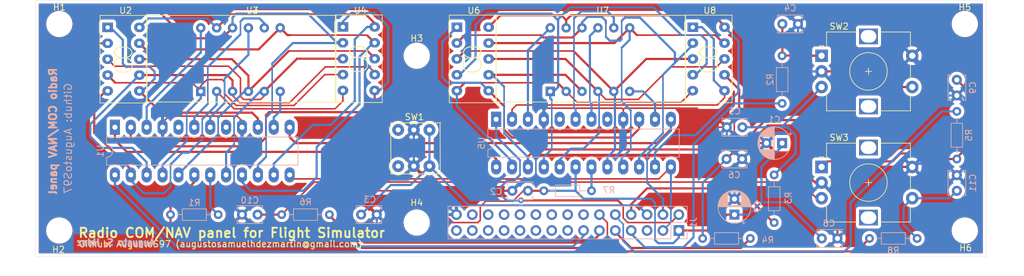
<source format=kicad_pcb>
(kicad_pcb (version 20171130) (host pcbnew "(5.1.9)-1")
  (layers (0 F.Cu signal) (31 B.Cu signal) (34 B.Paste user) (35 F.Paste user) (36 B.SilkS user) (37 F.SilkS user) (38 B.Mask user) (39 F.Mask user) (44 Edge.Cuts user))
  (net 0 "")
  (net 1 GND)
  (net 2 +5V)
  (net 3 COM_SWAP)
  (net 4 "Net-(C11-Pad1)")
  (net 5 "Net-(J1-Pad29)")
  (net 6 "Net-(J1-Pad28)")
  (net 7 "Net-(J1-Pad27)")
  (net 8 "Net-(J1-Pad26)")
  (net 9 "Net-(J1-Pad25)")
  (net 10 "Net-(J1-Pad24)")
  (net 11 "Net-(J1-Pad23)")
  (net 12 "Net-(J1-Pad22)")
  (net 13 "Net-(J1-Pad21)")
  (net 14 "Net-(J1-Pad20)")
  (net 15 "Net-(J1-Pad19)")
  (net 16 "Net-(J1-Pad18)")
  (net 17 "Net-(J1-Pad17)")
  (net 18 "Net-(J1-Pad16)")
  (net 19 "Net-(J1-Pad15)")
  (net 20 "Net-(J1-Pad14)")
  (net 21 CLK)
  (net 22 DIN)
  (net 23 "Net-(R1-Pad1)")
  (net 24 CS_MAX)
  (net 25 "Net-(U1-Pad23)")
  (net 26 "Net-(U1-Pad11)")
  (net 27 "Net-(U1-Pad22)")
  (net 28 "Net-(U1-Pad10)")
  (net 29 "Net-(U1-Pad21)")
  (net 30 "Net-(U1-Pad20)")
  (net 31 "Net-(U1-Pad8)")
  (net 32 "Net-(U1-Pad7)")
  (net 33 "Net-(U1-Pad6)")
  (net 34 "Net-(U1-Pad17)")
  (net 35 "Net-(U1-Pad5)")
  (net 36 "Net-(U1-Pad16)")
  (net 37 "Net-(U1-Pad15)")
  (net 38 "Net-(U1-Pad3)")
  (net 39 "Net-(U1-Pad14)")
  (net 40 "Net-(U1-Pad2)")
  (net 41 DOUT_MAX1)
  (net 42 "Net-(SW1-Pad6)")
  (net 43 "Net-(SW1-Pad3)")
  (net 44 "Net-(C4-Pad2)")
  (net 45 "Net-(C5-Pad1)")
  (net 46 "Net-(C6-Pad1)")
  (net 47 "Net-(C9-Pad2)")
  (net 48 "Net-(C10-Pad1)")
  (net 49 DOUT)
  (net 50 SW_COM_ENC_MHZ)
  (net 51 B_COM_ENC_MHZ)
  (net 52 A_COM_ENC_MHZ)
  (net 53 SW_COM_ENC_KHZ)
  (net 54 B_COM_ENC_KHZ)
  (net 55 A_COM_ENC_KHZ)
  (net 56 "Net-(J1-Pad5)")
  (net 57 "Net-(R7-Pad1)")
  (net 58 "Net-(U5-Pad23)")
  (net 59 "Net-(U5-Pad11)")
  (net 60 "Net-(U5-Pad22)")
  (net 61 "Net-(U5-Pad10)")
  (net 62 "Net-(U5-Pad21)")
  (net 63 "Net-(U5-Pad20)")
  (net 64 "Net-(U5-Pad8)")
  (net 65 "Net-(U5-Pad7)")
  (net 66 "Net-(U5-Pad6)")
  (net 67 "Net-(U5-Pad17)")
  (net 68 "Net-(U5-Pad5)")
  (net 69 "Net-(U5-Pad16)")
  (net 70 "Net-(U5-Pad15)")
  (net 71 "Net-(U5-Pad3)")
  (net 72 "Net-(U5-Pad14)")
  (net 73 "Net-(U5-Pad2)")
  (module Cesna_Radio_Stack:SPDT_8x8 (layer F.Cu) (at 92.202 50.673 90)
    (fp_text reference SW1 (at 7.874 -2.413) (layer F.SilkS))
    (fp_text value SW_COM)
    (pad 6 thru_hole circle (at 5.8 -5 90) (size 1.9 1.9) (drill 0.8) (layers *.Cu *.Mask) (net 42 "Net-(SW1-Pad6)"))
    (pad 5 thru_hole circle (at 5.8 -2.5 90) (size 1.9 1.9) (drill 0.8) (layers *.Cu *.Mask) (net 1 GND))
    (pad 4 thru_hole circle (at 5.8 0 90) (size 1.9 1.9) (drill 0.8) (layers *.Cu *.Mask) (net 3 COM_SWAP))
    (pad 3 thru_hole circle (at 0 -5 90) (size 1.9 1.9) (drill 0.8) (layers *.Cu *.Mask) (net 43 "Net-(SW1-Pad3)"))
    (pad 2 thru_hole circle (at 0 -2.5 90) (size 1.9 1.9) (drill 0.8) (layers *.Cu *.Mask) (net 1 GND))
    (pad 1 thru_hole circle (at 0 0 90) (size 1.9 1.9) (drill 0.8) (layers *.Cu *.Mask) (net 3 COM_SWAP))
  )
  (module Cesna_Radio_Stack:3161AS_7_Segmentos (layer F.Cu) (at 133.096 26.5303)
    (fp_text reference U8 (at 3.937 -0.7493) (layer F.SilkS))
    (fp_text value "HDSP-A153 NAV/COM_STB_KHZ")
    (fp_text user 8 (at 3.68 7.22 180) (layer F.SilkS) (effects (font (size 4 5))))
    (pad 10 thru_hole oval (at 6.29 1.92) (size 1.7 1.5) (drill 0.7) (layers *.Cu *.Mask) (net 72 "Net-(U5-Pad14)"))
    (pad 9 thru_hole oval (at 6.29 4.46) (size 1.7 1.5) (drill 0.7) (layers *.Cu *.Mask) (net 69 "Net-(U5-Pad16)"))
    (pad 8 thru_hole oval (at 6.29 7) (size 1.7 1.5) (drill 0.7) (layers *.Cu *.Mask) (net 63 "Net-(U5-Pad20)"))
    (pad 7 thru_hole oval (at 6.29 9.54) (size 1.7 1.5) (drill 0.7) (layers *.Cu *.Mask) (net 60 "Net-(U5-Pad22)"))
    (pad 6 thru_hole oval (at 6.29 12.08) (size 1.7 1.5) (drill 0.7) (layers *.Cu *.Mask) (net 73 "Net-(U5-Pad2)"))
    (pad 5 thru_hole oval (at 1.21 12.08) (size 1.7 1.5) (drill 0.7) (layers *.Cu *.Mask) (net 58 "Net-(U5-Pad23)"))
    (pad 4 thru_hole oval (at 1.21 9.54) (size 1.7 1.5) (drill 0.7) (layers *.Cu *.Mask) (net 62 "Net-(U5-Pad21)"))
    (pad 3 thru_hole oval (at 1.21 7) (size 1.7 1.5) (drill 0.7) (layers *.Cu *.Mask) (net 67 "Net-(U5-Pad17)"))
    (pad 2 thru_hole oval (at 1.21 4.46) (size 1.7 1.5) (drill 0.7) (layers *.Cu *.Mask) (net 70 "Net-(U5-Pad15)"))
    (pad 1 thru_hole rect (at 1.21 1.92) (size 1.7 1.5) (drill 0.7) (layers *.Cu *.Mask) (net 73 "Net-(U5-Pad2)"))
  )
  (module Cesna_Radio_Stack:3161AS_7_Segmentos (layer F.Cu) (at 95.377 26.5303)
    (fp_text reference U6 (at 3.937 -0.7493 180) (layer F.SilkS))
    (fp_text value "HDSP-A153 NAV/COM_STB")
    (fp_text user 8 (at 3.68 7.22) (layer F.SilkS) (effects (font (size 4 5))))
    (pad 10 thru_hole oval (at 6.29 1.92) (size 1.7 1.5) (drill 0.7) (layers *.Cu *.Mask) (net 72 "Net-(U5-Pad14)"))
    (pad 9 thru_hole oval (at 6.29 4.46) (size 1.7 1.5) (drill 0.7) (layers *.Cu *.Mask) (net 69 "Net-(U5-Pad16)"))
    (pad 8 thru_hole oval (at 6.29 7) (size 1.7 1.5) (drill 0.7) (layers *.Cu *.Mask) (net 63 "Net-(U5-Pad20)"))
    (pad 7 thru_hole oval (at 6.29 9.54) (size 1.7 1.5) (drill 0.7) (layers *.Cu *.Mask) (net 60 "Net-(U5-Pad22)"))
    (pad 6 thru_hole oval (at 6.29 12.08) (size 1.7 1.5) (drill 0.7) (layers *.Cu *.Mask) (net 61 "Net-(U5-Pad10)"))
    (pad 5 thru_hole oval (at 1.21 12.08) (size 1.7 1.5) (drill 0.7) (layers *.Cu *.Mask) (net 58 "Net-(U5-Pad23)"))
    (pad 4 thru_hole oval (at 1.21 9.54) (size 1.7 1.5) (drill 0.7) (layers *.Cu *.Mask) (net 62 "Net-(U5-Pad21)"))
    (pad 3 thru_hole oval (at 1.21 7) (size 1.7 1.5) (drill 0.7) (layers *.Cu *.Mask) (net 67 "Net-(U5-Pad17)"))
    (pad 2 thru_hole oval (at 1.21 4.46) (size 1.7 1.5) (drill 0.7) (layers *.Cu *.Mask) (net 70 "Net-(U5-Pad15)"))
    (pad 1 thru_hole rect (at 1.21 1.92) (size 1.7 1.5) (drill 0.7) (layers *.Cu *.Mask) (net 61 "Net-(U5-Pad10)"))
  )
  (module Cesna_Radio_Stack:3161AS_7_Segmentos (layer F.Cu) (at 39.5351 26.5684)
    (fp_text reference U2 (at 4.09 -0.7874) (layer F.SilkS))
    (fp_text value "HDSP-A153 NAV/COM_ACTV")
    (fp_text user 8 (at 3.68 7.22 180) (layer F.SilkS) (effects (font (size 4 5))))
    (pad 10 thru_hole oval (at 6.29 1.92) (size 1.7 1.5) (drill 0.7) (layers *.Cu *.Mask) (net 39 "Net-(U1-Pad14)"))
    (pad 9 thru_hole oval (at 6.29 4.46) (size 1.7 1.5) (drill 0.7) (layers *.Cu *.Mask) (net 36 "Net-(U1-Pad16)"))
    (pad 8 thru_hole oval (at 6.29 7) (size 1.7 1.5) (drill 0.7) (layers *.Cu *.Mask) (net 30 "Net-(U1-Pad20)"))
    (pad 7 thru_hole oval (at 6.29 9.54) (size 1.7 1.5) (drill 0.7) (layers *.Cu *.Mask) (net 27 "Net-(U1-Pad22)"))
    (pad 6 thru_hole oval (at 6.29 12.08) (size 1.7 1.5) (drill 0.7) (layers *.Cu *.Mask) (net 28 "Net-(U1-Pad10)"))
    (pad 5 thru_hole oval (at 1.21 12.08) (size 1.7 1.5) (drill 0.7) (layers *.Cu *.Mask) (net 25 "Net-(U1-Pad23)"))
    (pad 4 thru_hole oval (at 1.21 9.54) (size 1.7 1.5) (drill 0.7) (layers *.Cu *.Mask) (net 29 "Net-(U1-Pad21)"))
    (pad 3 thru_hole oval (at 1.21 7) (size 1.7 1.5) (drill 0.7) (layers *.Cu *.Mask) (net 34 "Net-(U1-Pad17)"))
    (pad 2 thru_hole oval (at 1.21 4.46) (size 1.7 1.5) (drill 0.7) (layers *.Cu *.Mask) (net 37 "Net-(U1-Pad15)"))
    (pad 1 thru_hole rect (at 1.21 1.92) (size 1.7 1.5) (drill 0.7) (layers *.Cu *.Mask) (net 28 "Net-(U1-Pad10)"))
  )
  (module Cesna_Radio_Stack:3161AS_7_Segmentos (layer F.Cu) (at 77.1525 26.4922)
    (fp_text reference U4 (at 4.0005 -0.7112 180) (layer F.SilkS))
    (fp_text value "HDSP-A153 NAV/COM_ACTV_KHZ")
    (fp_text user 8 (at 3.68 7.22) (layer F.SilkS) (effects (font (size 4 5))))
    (pad 10 thru_hole oval (at 6.29 1.92) (size 1.7 1.5) (drill 0.7) (layers *.Cu *.Mask) (net 39 "Net-(U1-Pad14)"))
    (pad 9 thru_hole oval (at 6.29 4.46) (size 1.7 1.5) (drill 0.7) (layers *.Cu *.Mask) (net 36 "Net-(U1-Pad16)"))
    (pad 8 thru_hole oval (at 6.29 7) (size 1.7 1.5) (drill 0.7) (layers *.Cu *.Mask) (net 30 "Net-(U1-Pad20)"))
    (pad 7 thru_hole oval (at 6.29 9.54) (size 1.7 1.5) (drill 0.7) (layers *.Cu *.Mask) (net 27 "Net-(U1-Pad22)"))
    (pad 6 thru_hole oval (at 6.29 12.08) (size 1.7 1.5) (drill 0.7) (layers *.Cu *.Mask) (net 40 "Net-(U1-Pad2)"))
    (pad 5 thru_hole oval (at 1.21 12.08) (size 1.7 1.5) (drill 0.7) (layers *.Cu *.Mask) (net 25 "Net-(U1-Pad23)"))
    (pad 4 thru_hole oval (at 1.21 9.54) (size 1.7 1.5) (drill 0.7) (layers *.Cu *.Mask) (net 29 "Net-(U1-Pad21)"))
    (pad 3 thru_hole oval (at 1.21 7) (size 1.7 1.5) (drill 0.7) (layers *.Cu *.Mask) (net 34 "Net-(U1-Pad17)"))
    (pad 2 thru_hole oval (at 1.21 4.46) (size 1.7 1.5) (drill 0.7) (layers *.Cu *.Mask) (net 37 "Net-(U1-Pad15)"))
    (pad 1 thru_hole rect (at 1.21 1.92) (size 1.7 1.5) (drill 0.7) (layers *.Cu *.Mask) (net 40 "Net-(U1-Pad2)"))
  )
  (module MountingHole:MountingHole_3.2mm_M3 (layer F.Cu) (at 90.17 59.69)
    (fp_text reference H4 (at 0 -3.175) (layer F.SilkS))
    (fp_text value MountingHole_3.2mm_M3)
    (pad 1 np_thru_hole circle (at 0 0) (size 3.2 3.2) (drill 3.2) (layers *.Cu *.Mask))
  )
  (module MountingHole:MountingHole_3.2mm_M3 (layer F.Cu) (at 90.17 33.02)
    (fp_text reference H3 (at 0 -2.794) (layer F.SilkS))
    (fp_text value MountingHole_3.2mm_M3)
    (pad 1 np_thru_hole circle (at 0 0) (size 3.2 3.2) (drill 3.2) (layers *.Cu *.Mask))
  )
  (module MountingHole:MountingHole_3.2mm_M3 (layer F.Cu) (at 33.02 27.94)
    (fp_text reference H1 (at 0 -2.667) (layer F.SilkS))
    (fp_text value MountingHole_3.2mm_M3)
    (pad 1 np_thru_hole circle (at 0 0) (size 3.2 3.2) (drill 3.2) (layers *.Cu *.Mask))
  )
  (module MountingHole:MountingHole_3.2mm_M3 (layer F.Cu) (at 33.02 60.96)
    (fp_text reference H2 (at -0.127 3.048) (layer F.SilkS))
    (fp_text value MountingHole_3.2mm_M3)
    (pad 1 np_thru_hole circle (at 0 0) (size 3.2 3.2) (drill 3.2) (layers *.Cu *.Mask))
  )
  (module MountingHole:MountingHole_3.2mm_M3 (layer F.Cu) (at 177.8 60.96)
    (fp_text reference H6 (at 0.127 2.794) (layer F.SilkS))
    (fp_text value MountingHole_3.2mm_M3)
    (pad 1 np_thru_hole circle (at 0 0) (size 3.2 3.2) (drill 3.2) (layers *.Cu *.Mask))
  )
  (module MountingHole:MountingHole_3.2mm_M3 (layer F.Cu) (at 177.8 27.94)
    (fp_text reference H5 (at 0 -2.667) (layer F.SilkS))
    (fp_text value MountingHole_3.2mm_M3)
    (pad 1 np_thru_hole circle (at 0 0) (size 3.2 3.2) (drill 3.2) (layers *.Cu *.Mask))
  )
  (module Cesna_Radio_Stack:3641-AS (layer F.Cu) (at 102.87 40.64 90)
    (fp_text reference U7 (at 14.859 17.018 180) (layer F.SilkS))
    (fp_text value "3641-AS NAV/COM_STB")
    (pad 1 thru_hole rect (at 1.92 8.65 90) (size 1.5 1.5) (drill 0.7) (layers *.Cu *.Mask) (net 62 "Net-(U5-Pad21)"))
    (pad 2 thru_hole circle (at 1.92 11.19 90) (size 1.5 1.5) (drill 0.7) (layers *.Cu *.Mask) (net 58 "Net-(U5-Pad23)"))
    (pad 3 thru_hole circle (at 1.92 13.73 90) (size 1.5 1.5) (drill 0.7) (layers *.Cu *.Mask) (net 60 "Net-(U5-Pad22)"))
    (pad 4 thru_hole circle (at 1.92 16.27 90) (size 1.5 1.5) (drill 0.7) (layers *.Cu *.Mask) (net 63 "Net-(U5-Pad20)"))
    (pad 5 thru_hole circle (at 1.92 18.81 90) (size 1.5 1.5) (drill 0.7) (layers *.Cu *.Mask) (net 67 "Net-(U5-Pad17)"))
    (pad 6 thru_hole circle (at 1.92 21.35 90) (size 1.5 1.5) (drill 0.7) (layers *.Cu *.Mask) (net 59 "Net-(U5-Pad11)"))
    (pad 7 thru_hole circle (at 12.08 21.35 90) (size 1.5 1.5) (drill 0.7) (layers *.Cu *.Mask) (net 69 "Net-(U5-Pad16)"))
    (pad 8 thru_hole circle (at 12.08 18.81 90) (size 1.5 1.5) (drill 0.7) (layers *.Cu *.Mask) (net 66 "Net-(U5-Pad6)"))
    (pad 9 thru_hole circle (at 12.08 16.27 90) (size 1.5 1.5) (drill 0.7) (layers *.Cu *.Mask) (net 65 "Net-(U5-Pad7)"))
    (pad 10 thru_hole circle (at 12.08 13.73 90) (size 1.5 1.5) (drill 0.7) (layers *.Cu *.Mask) (net 70 "Net-(U5-Pad15)"))
    (pad 11 thru_hole circle (at 12.08 11.19 90) (size 1.5 1.5) (drill 0.7) (layers *.Cu *.Mask) (net 72 "Net-(U5-Pad14)"))
    (pad 12 thru_hole circle (at 12.08 8.65 90) (size 1.5 1.5) (drill 0.7) (layers *.Cu *.Mask) (net 71 "Net-(U5-Pad3)"))
  )
  (module Package_DIP:DIP-24_W7.62mm_LongPads (layer B.Cu) (at 102.87 43.18 270)
    (fp_text reference U5 (at 3.81 2.33 270) (layer B.SilkS) (effects (justify mirror)))
    (fp_text value MAX7219)
    (pad 24 thru_hole oval (at 7.62 0 270) (size 2.4 1.6) (drill 0.8) (layers *.Cu *.Mask) (net 41 DOUT_MAX1))
    (pad 12 thru_hole oval (at 0 -27.94 270) (size 2.4 1.6) (drill 0.8) (layers *.Cu *.Mask) (net 24 CS_MAX))
    (pad 23 thru_hole oval (at 7.62 -2.54 270) (size 2.4 1.6) (drill 0.8) (layers *.Cu *.Mask) (net 58 "Net-(U5-Pad23)"))
    (pad 11 thru_hole oval (at 0 -25.4 270) (size 2.4 1.6) (drill 0.8) (layers *.Cu *.Mask) (net 59 "Net-(U5-Pad11)"))
    (pad 22 thru_hole oval (at 7.62 -5.08 270) (size 2.4 1.6) (drill 0.8) (layers *.Cu *.Mask) (net 60 "Net-(U5-Pad22)"))
    (pad 10 thru_hole oval (at 0 -22.86 270) (size 2.4 1.6) (drill 0.8) (layers *.Cu *.Mask) (net 61 "Net-(U5-Pad10)"))
    (pad 21 thru_hole oval (at 7.62 -7.62 270) (size 2.4 1.6) (drill 0.8) (layers *.Cu *.Mask) (net 62 "Net-(U5-Pad21)"))
    (pad 9 thru_hole oval (at 0 -20.32 270) (size 2.4 1.6) (drill 0.8) (layers *.Cu *.Mask) (net 1 GND))
    (pad 20 thru_hole oval (at 7.62 -10.16 270) (size 2.4 1.6) (drill 0.8) (layers *.Cu *.Mask) (net 63 "Net-(U5-Pad20)"))
    (pad 8 thru_hole oval (at 0 -17.78 270) (size 2.4 1.6) (drill 0.8) (layers *.Cu *.Mask) (net 64 "Net-(U5-Pad8)"))
    (pad 19 thru_hole oval (at 7.62 -12.7 270) (size 2.4 1.6) (drill 0.8) (layers *.Cu *.Mask) (net 2 +5V))
    (pad 7 thru_hole oval (at 0 -15.24 270) (size 2.4 1.6) (drill 0.8) (layers *.Cu *.Mask) (net 65 "Net-(U5-Pad7)"))
    (pad 18 thru_hole oval (at 7.62 -15.24 270) (size 2.4 1.6) (drill 0.8) (layers *.Cu *.Mask) (net 57 "Net-(R7-Pad1)"))
    (pad 6 thru_hole oval (at 0 -12.7 270) (size 2.4 1.6) (drill 0.8) (layers *.Cu *.Mask) (net 66 "Net-(U5-Pad6)"))
    (pad 17 thru_hole oval (at 7.62 -17.78 270) (size 2.4 1.6) (drill 0.8) (layers *.Cu *.Mask) (net 67 "Net-(U5-Pad17)"))
    (pad 5 thru_hole oval (at 0 -10.16 270) (size 2.4 1.6) (drill 0.8) (layers *.Cu *.Mask) (net 68 "Net-(U5-Pad5)"))
    (pad 16 thru_hole oval (at 7.62 -20.32 270) (size 2.4 1.6) (drill 0.8) (layers *.Cu *.Mask) (net 69 "Net-(U5-Pad16)"))
    (pad 4 thru_hole oval (at 0 -7.62 270) (size 2.4 1.6) (drill 0.8) (layers *.Cu *.Mask) (net 1 GND))
    (pad 15 thru_hole oval (at 7.62 -22.86 270) (size 2.4 1.6) (drill 0.8) (layers *.Cu *.Mask) (net 70 "Net-(U5-Pad15)"))
    (pad 3 thru_hole oval (at 0 -5.08 270) (size 2.4 1.6) (drill 0.8) (layers *.Cu *.Mask) (net 71 "Net-(U5-Pad3)"))
    (pad 14 thru_hole oval (at 7.62 -25.4 270) (size 2.4 1.6) (drill 0.8) (layers *.Cu *.Mask) (net 72 "Net-(U5-Pad14)"))
    (pad 2 thru_hole oval (at 0 -2.54 270) (size 2.4 1.6) (drill 0.8) (layers *.Cu *.Mask) (net 73 "Net-(U5-Pad2)"))
    (pad 13 thru_hole oval (at 7.62 -27.94 270) (size 2.4 1.6) (drill 0.8) (layers *.Cu *.Mask) (net 21 CLK))
    (pad 1 thru_hole rect (at 0 0 270) (size 2.4 1.6) (drill 0.8) (layers *.Cu *.Mask) (net 22 DIN))
  )
  (module Cesna_Radio_Stack:3641-AS (layer F.Cu) (at 46.99 40.64 90)
    (fp_text reference U3 (at 14.859 16.891) (layer F.SilkS))
    (fp_text value "3641-AS NAV/COM_ACTV")
    (pad 1 thru_hole rect (at 1.92 8.65 90) (size 1.5 1.5) (drill 0.7) (layers *.Cu *.Mask) (net 29 "Net-(U1-Pad21)"))
    (pad 2 thru_hole circle (at 1.92 11.19 90) (size 1.5 1.5) (drill 0.7) (layers *.Cu *.Mask) (net 25 "Net-(U1-Pad23)"))
    (pad 3 thru_hole circle (at 1.92 13.73 90) (size 1.5 1.5) (drill 0.7) (layers *.Cu *.Mask) (net 27 "Net-(U1-Pad22)"))
    (pad 4 thru_hole circle (at 1.92 16.27 90) (size 1.5 1.5) (drill 0.7) (layers *.Cu *.Mask) (net 30 "Net-(U1-Pad20)"))
    (pad 5 thru_hole circle (at 1.92 18.81 90) (size 1.5 1.5) (drill 0.7) (layers *.Cu *.Mask) (net 34 "Net-(U1-Pad17)"))
    (pad 6 thru_hole circle (at 1.92 21.35 90) (size 1.5 1.5) (drill 0.7) (layers *.Cu *.Mask) (net 26 "Net-(U1-Pad11)"))
    (pad 7 thru_hole circle (at 12.08 21.35 90) (size 1.5 1.5) (drill 0.7) (layers *.Cu *.Mask) (net 36 "Net-(U1-Pad16)"))
    (pad 8 thru_hole circle (at 12.08 18.81 90) (size 1.5 1.5) (drill 0.7) (layers *.Cu *.Mask) (net 33 "Net-(U1-Pad6)"))
    (pad 9 thru_hole circle (at 12.08 16.27 90) (size 1.5 1.5) (drill 0.7) (layers *.Cu *.Mask) (net 32 "Net-(U1-Pad7)"))
    (pad 10 thru_hole circle (at 12.08 13.73 90) (size 1.5 1.5) (drill 0.7) (layers *.Cu *.Mask) (net 37 "Net-(U1-Pad15)"))
    (pad 11 thru_hole circle (at 12.08 11.19 90) (size 1.5 1.5) (drill 0.7) (layers *.Cu *.Mask) (net 39 "Net-(U1-Pad14)"))
    (pad 12 thru_hole circle (at 12.08 8.65 90) (size 1.5 1.5) (drill 0.7) (layers *.Cu *.Mask) (net 38 "Net-(U1-Pad3)"))
  )
  (module Rotary_Encoder:RotaryEncoder_Alps_EC12E-Switch_Vertical_H20mm (layer F.Cu) (at 154.9 33.02)
    (fp_text reference SW2 (at 2.8 -4.7) (layer F.SilkS))
    (fp_text value NAV_ENC)
    (pad A thru_hole rect (at 0 0) (size 2 2) (drill 1) (layers *.Cu *.Mask) (net 44 "Net-(C4-Pad2)"))
    (pad C thru_hole circle (at 0 2.5) (size 2 2) (drill 1) (layers *.Cu *.Mask) (net 1 GND))
    (pad B thru_hole circle (at 0 5) (size 2 2) (drill 1) (layers *.Cu *.Mask) (net 45 "Net-(C5-Pad1)"))
    (pad MP thru_hole rect (at 7.5 -3.1) (size 3 2.5) (drill oval 2.5 2) (layers *.Cu *.Mask))
    (pad MP thru_hole rect (at 7.5 8.1) (size 3 2.5) (drill oval 2.5 2) (layers *.Cu *.Mask))
    (pad S1 thru_hole circle (at 14.5 0) (size 2 2) (drill 1) (layers *.Cu *.Mask) (net 1 GND))
    (pad S2 thru_hole circle (at 14.5 5) (size 2 2) (drill 1) (layers *.Cu *.Mask) (net 46 "Net-(C6-Pad1)"))
  )
  (module Capacitor_THT:CP_Radial_D5.0mm_P2.50mm (layer B.Cu) (at 140.97 58.42 90)
    (fp_text reference C7 (at 1.25 3.75 90) (layer B.SilkS) (effects (justify mirror)))
    (fp_text value 22uF)
    (pad 2 thru_hole circle (at 2.5 0 90) (size 1.6 1.6) (drill 0.8) (layers *.Cu *.Mask) (net 1 GND))
    (pad 1 thru_hole rect (at 0 0 90) (size 1.6 1.6) (drill 0.8) (layers *.Cu *.Mask) (net 2 +5V))
  )
  (module Capacitor_THT:C_Disc_D3.8mm_W2.6mm_P2.50mm (layer B.Cu) (at 107.95 54.61 180)
    (fp_text reference C2 (at 5.08 -0.127) (layer B.SilkS) (effects (justify mirror)))
    (fp_text value 150nF)
    (pad 2 thru_hole circle (at 2.5 0 180) (size 1.6 1.6) (drill 0.8) (layers *.Cu *.Mask) (net 1 GND))
    (pad 1 thru_hole circle (at 0 0 180) (size 1.6 1.6) (drill 0.8) (layers *.Cu *.Mask) (net 2 +5V))
  )
  (module Package_DIP:DIP-24_W7.62mm_LongPads (layer B.Cu) (at 41.91 44.45 270)
    (fp_text reference U1 (at 3.81 2.33 90) (layer B.SilkS) (effects (justify mirror)))
    (fp_text value MAX7219)
    (pad 24 thru_hole oval (at 7.62 0 270) (size 2.4 1.6) (drill 0.8) (layers *.Cu *.Mask) (net 49 DOUT))
    (pad 12 thru_hole oval (at 0 -27.94 270) (size 2.4 1.6) (drill 0.8) (layers *.Cu *.Mask) (net 24 CS_MAX))
    (pad 23 thru_hole oval (at 7.62 -2.54 270) (size 2.4 1.6) (drill 0.8) (layers *.Cu *.Mask) (net 25 "Net-(U1-Pad23)"))
    (pad 11 thru_hole oval (at 0 -25.4 270) (size 2.4 1.6) (drill 0.8) (layers *.Cu *.Mask) (net 26 "Net-(U1-Pad11)"))
    (pad 22 thru_hole oval (at 7.62 -5.08 270) (size 2.4 1.6) (drill 0.8) (layers *.Cu *.Mask) (net 27 "Net-(U1-Pad22)"))
    (pad 10 thru_hole oval (at 0 -22.86 270) (size 2.4 1.6) (drill 0.8) (layers *.Cu *.Mask) (net 28 "Net-(U1-Pad10)"))
    (pad 21 thru_hole oval (at 7.62 -7.62 270) (size 2.4 1.6) (drill 0.8) (layers *.Cu *.Mask) (net 29 "Net-(U1-Pad21)"))
    (pad 9 thru_hole oval (at 0 -20.32 270) (size 2.4 1.6) (drill 0.8) (layers *.Cu *.Mask) (net 1 GND))
    (pad 20 thru_hole oval (at 7.62 -10.16 270) (size 2.4 1.6) (drill 0.8) (layers *.Cu *.Mask) (net 30 "Net-(U1-Pad20)"))
    (pad 8 thru_hole oval (at 0 -17.78 270) (size 2.4 1.6) (drill 0.8) (layers *.Cu *.Mask) (net 31 "Net-(U1-Pad8)"))
    (pad 19 thru_hole oval (at 7.62 -12.7 270) (size 2.4 1.6) (drill 0.8) (layers *.Cu *.Mask) (net 2 +5V))
    (pad 7 thru_hole oval (at 0 -15.24 270) (size 2.4 1.6) (drill 0.8) (layers *.Cu *.Mask) (net 32 "Net-(U1-Pad7)"))
    (pad 18 thru_hole oval (at 7.62 -15.24 270) (size 2.4 1.6) (drill 0.8) (layers *.Cu *.Mask) (net 23 "Net-(R1-Pad1)"))
    (pad 6 thru_hole oval (at 0 -12.7 270) (size 2.4 1.6) (drill 0.8) (layers *.Cu *.Mask) (net 33 "Net-(U1-Pad6)"))
    (pad 17 thru_hole oval (at 7.62 -17.78 270) (size 2.4 1.6) (drill 0.8) (layers *.Cu *.Mask) (net 34 "Net-(U1-Pad17)"))
    (pad 5 thru_hole oval (at 0 -10.16 270) (size 2.4 1.6) (drill 0.8) (layers *.Cu *.Mask) (net 35 "Net-(U1-Pad5)"))
    (pad 16 thru_hole oval (at 7.62 -20.32 270) (size 2.4 1.6) (drill 0.8) (layers *.Cu *.Mask) (net 36 "Net-(U1-Pad16)"))
    (pad 4 thru_hole oval (at 0 -7.62 270) (size 2.4 1.6) (drill 0.8) (layers *.Cu *.Mask) (net 1 GND))
    (pad 15 thru_hole oval (at 7.62 -22.86 270) (size 2.4 1.6) (drill 0.8) (layers *.Cu *.Mask) (net 37 "Net-(U1-Pad15)"))
    (pad 3 thru_hole oval (at 0 -5.08 270) (size 2.4 1.6) (drill 0.8) (layers *.Cu *.Mask) (net 38 "Net-(U1-Pad3)"))
    (pad 14 thru_hole oval (at 7.62 -25.4 270) (size 2.4 1.6) (drill 0.8) (layers *.Cu *.Mask) (net 39 "Net-(U1-Pad14)"))
    (pad 2 thru_hole oval (at 0 -2.54 270) (size 2.4 1.6) (drill 0.8) (layers *.Cu *.Mask) (net 40 "Net-(U1-Pad2)"))
    (pad 13 thru_hole oval (at 7.62 -27.94 270) (size 2.4 1.6) (drill 0.8) (layers *.Cu *.Mask) (net 21 CLK))
    (pad 1 thru_hole rect (at 0 0 270) (size 2.4 1.6) (drill 0.8) (layers *.Cu *.Mask) (net 41 DOUT_MAX1))
  )
  (module Rotary_Encoder:RotaryEncoder_Alps_EC12E-Switch_Vertical_H20mm (layer F.Cu) (at 154.9 50.8)
    (fp_text reference SW3 (at 2.8 -4.7) (layer F.SilkS))
    (fp_text value COM_ENC)
    (pad A thru_hole rect (at 0 0) (size 2 2) (drill 1) (layers *.Cu *.Mask) (net 47 "Net-(C9-Pad2)"))
    (pad C thru_hole circle (at 0 2.5) (size 2 2) (drill 1) (layers *.Cu *.Mask) (net 1 GND))
    (pad B thru_hole circle (at 0 5) (size 2 2) (drill 1) (layers *.Cu *.Mask) (net 48 "Net-(C10-Pad1)"))
    (pad MP thru_hole rect (at 7.5 -3.1) (size 3 2.5) (drill oval 2.5 2) (layers *.Cu *.Mask))
    (pad MP thru_hole rect (at 7.5 8.1) (size 3 2.5) (drill oval 2.5 2) (layers *.Cu *.Mask))
    (pad S1 thru_hole circle (at 14.5 0) (size 2 2) (drill 1) (layers *.Cu *.Mask) (net 1 GND))
    (pad S2 thru_hole circle (at 14.5 5) (size 2 2) (drill 1) (layers *.Cu *.Mask) (net 4 "Net-(C11-Pad1)"))
  )
  (module Resistor_THT:R_Axial_DIN0204_L3.6mm_D1.6mm_P7.62mm_Horizontal (layer B.Cu) (at 162.56 62.23)
    (fp_text reference R8 (at 3.81 1.92) (layer B.SilkS) (effects (justify mirror)))
    (fp_text value 10k)
    (pad 2 thru_hole oval (at 7.62 0) (size 1.4 1.4) (drill 0.7) (layers *.Cu *.Mask) (net 4 "Net-(C11-Pad1)"))
    (pad 1 thru_hole circle (at 0 0) (size 1.4 1.4) (drill 0.7) (layers *.Cu *.Mask) (net 50 SW_COM_ENC_MHZ))
  )
  (module Resistor_THT:R_Axial_DIN0204_L3.6mm_D1.6mm_P7.62mm_Horizontal (layer B.Cu) (at 118.11 54.61 180)
    (fp_text reference R7 (at -2.794 0.127) (layer B.SilkS) (effects (justify mirror)))
    (fp_text value 10k)
    (pad 2 thru_hole oval (at 7.62 0 180) (size 1.4 1.4) (drill 0.7) (layers *.Cu *.Mask) (net 2 +5V))
    (pad 1 thru_hole circle (at 0 0 180) (size 1.4 1.4) (drill 0.7) (layers *.Cu *.Mask) (net 57 "Net-(R7-Pad1)"))
  )
  (module Resistor_THT:R_Axial_DIN0204_L3.6mm_D1.6mm_P7.62mm_Horizontal (layer B.Cu) (at 68.58 58.42)
    (fp_text reference R6 (at 3.81 -2.032) (layer B.SilkS) (effects (justify mirror)))
    (fp_text value 10k)
    (pad 2 thru_hole oval (at 7.62 0) (size 1.4 1.4) (drill 0.7) (layers *.Cu *.Mask) (net 51 B_COM_ENC_MHZ))
    (pad 1 thru_hole circle (at 0 0) (size 1.4 1.4) (drill 0.7) (layers *.Cu *.Mask) (net 48 "Net-(C10-Pad1)"))
  )
  (module Resistor_THT:R_Axial_DIN0204_L3.6mm_D1.6mm_P7.62mm_Horizontal (layer B.Cu) (at 176.53 49.53 90)
    (fp_text reference R5 (at 3.81 1.92 90) (layer B.SilkS) (effects (justify mirror)))
    (fp_text value 10k)
    (pad 2 thru_hole oval (at 7.62 0 90) (size 1.4 1.4) (drill 0.7) (layers *.Cu *.Mask) (net 52 A_COM_ENC_MHZ))
    (pad 1 thru_hole circle (at 0 0 90) (size 1.4 1.4) (drill 0.7) (layers *.Cu *.Mask) (net 47 "Net-(C9-Pad2)"))
  )
  (module Resistor_THT:R_Axial_DIN0204_L3.6mm_D1.6mm_P7.62mm_Horizontal (layer B.Cu) (at 143.51 62.23 180)
    (fp_text reference R4 (at -2.794 -0.254) (layer B.SilkS) (effects (justify mirror)))
    (fp_text value 10k)
    (pad 2 thru_hole oval (at 7.62 0 180) (size 1.4 1.4) (drill 0.7) (layers *.Cu *.Mask) (net 46 "Net-(C6-Pad1)"))
    (pad 1 thru_hole circle (at 0 0 180) (size 1.4 1.4) (drill 0.7) (layers *.Cu *.Mask) (net 53 SW_COM_ENC_KHZ))
  )
  (module Resistor_THT:R_Axial_DIN0204_L3.6mm_D1.6mm_P7.62mm_Horizontal (layer B.Cu) (at 147.32 52.07 270)
    (fp_text reference R3 (at 3.683 -2.286 90) (layer B.SilkS) (effects (justify mirror)))
    (fp_text value 10k)
    (pad 2 thru_hole oval (at 7.62 0 270) (size 1.4 1.4) (drill 0.7) (layers *.Cu *.Mask) (net 54 B_COM_ENC_KHZ))
    (pad 1 thru_hole circle (at 0 0 270) (size 1.4 1.4) (drill 0.7) (layers *.Cu *.Mask) (net 45 "Net-(C5-Pad1)"))
  )
  (module Resistor_THT:R_Axial_DIN0204_L3.6mm_D1.6mm_P7.62mm_Horizontal (layer B.Cu) (at 148.59 33.02 270)
    (fp_text reference R2 (at 3.81 1.92 90) (layer B.SilkS) (effects (justify mirror)))
    (fp_text value 10k)
    (pad 2 thru_hole oval (at 7.62 0 270) (size 1.4 1.4) (drill 0.7) (layers *.Cu *.Mask) (net 55 A_COM_ENC_KHZ))
    (pad 1 thru_hole circle (at 0 0 270) (size 1.4 1.4) (drill 0.7) (layers *.Cu *.Mask) (net 44 "Net-(C4-Pad2)"))
  )
  (module Resistor_THT:R_Axial_DIN0204_L3.6mm_D1.6mm_P7.62mm_Horizontal (layer B.Cu) (at 58.42 58.42 180)
    (fp_text reference R1 (at 3.81 1.92) (layer B.SilkS) (effects (justify mirror)))
    (fp_text value 10k)
    (pad 2 thru_hole oval (at 7.62 0 180) (size 1.4 1.4) (drill 0.7) (layers *.Cu *.Mask) (net 2 +5V))
    (pad 1 thru_hole circle (at 0 0 180) (size 1.4 1.4) (drill 0.7) (layers *.Cu *.Mask) (net 23 "Net-(R1-Pad1)"))
  )
  (module Connector_PinHeader_2.54mm:PinHeader_2x15_P2.54mm_Vertical (layer B.Cu) (at 132.08 60.96 90)
    (fp_text reference J1 (at 1.27 2.33 90) (layer B.SilkS) (effects (justify mirror)))
    (fp_text value Conn_02x15_Odd_Even)
    (pad 30 thru_hole oval (at 2.54 -35.56 90) (size 1.7 1.7) (drill 1) (layers *.Cu *.Mask) (net 1 GND))
    (pad 29 thru_hole oval (at 0 -35.56 90) (size 1.7 1.7) (drill 1) (layers *.Cu *.Mask) (net 5 "Net-(J1-Pad29)"))
    (pad 28 thru_hole oval (at 2.54 -33.02 90) (size 1.7 1.7) (drill 1) (layers *.Cu *.Mask) (net 6 "Net-(J1-Pad28)"))
    (pad 27 thru_hole oval (at 0 -33.02 90) (size 1.7 1.7) (drill 1) (layers *.Cu *.Mask) (net 7 "Net-(J1-Pad27)"))
    (pad 26 thru_hole oval (at 2.54 -30.48 90) (size 1.7 1.7) (drill 1) (layers *.Cu *.Mask) (net 8 "Net-(J1-Pad26)"))
    (pad 25 thru_hole oval (at 0 -30.48 90) (size 1.7 1.7) (drill 1) (layers *.Cu *.Mask) (net 9 "Net-(J1-Pad25)"))
    (pad 24 thru_hole oval (at 2.54 -27.94 90) (size 1.7 1.7) (drill 1) (layers *.Cu *.Mask) (net 10 "Net-(J1-Pad24)"))
    (pad 23 thru_hole oval (at 0 -27.94 90) (size 1.7 1.7) (drill 1) (layers *.Cu *.Mask) (net 11 "Net-(J1-Pad23)"))
    (pad 22 thru_hole oval (at 2.54 -25.4 90) (size 1.7 1.7) (drill 1) (layers *.Cu *.Mask) (net 12 "Net-(J1-Pad22)"))
    (pad 21 thru_hole oval (at 0 -25.4 90) (size 1.7 1.7) (drill 1) (layers *.Cu *.Mask) (net 13 "Net-(J1-Pad21)"))
    (pad 20 thru_hole oval (at 2.54 -22.86 90) (size 1.7 1.7) (drill 1) (layers *.Cu *.Mask) (net 14 "Net-(J1-Pad20)"))
    (pad 19 thru_hole oval (at 0 -22.86 90) (size 1.7 1.7) (drill 1) (layers *.Cu *.Mask) (net 15 "Net-(J1-Pad19)"))
    (pad 18 thru_hole oval (at 2.54 -20.32 90) (size 1.7 1.7) (drill 1) (layers *.Cu *.Mask) (net 16 "Net-(J1-Pad18)"))
    (pad 17 thru_hole oval (at 0 -20.32 90) (size 1.7 1.7) (drill 1) (layers *.Cu *.Mask) (net 17 "Net-(J1-Pad17)"))
    (pad 16 thru_hole oval (at 2.54 -17.78 90) (size 1.7 1.7) (drill 1) (layers *.Cu *.Mask) (net 18 "Net-(J1-Pad16)"))
    (pad 15 thru_hole oval (at 0 -17.78 90) (size 1.7 1.7) (drill 1) (layers *.Cu *.Mask) (net 19 "Net-(J1-Pad15)"))
    (pad 14 thru_hole oval (at 2.54 -15.24 90) (size 1.7 1.7) (drill 1) (layers *.Cu *.Mask) (net 20 "Net-(J1-Pad14)"))
    (pad 13 thru_hole oval (at 0 -15.24 90) (size 1.7 1.7) (drill 1) (layers *.Cu *.Mask) (net 49 DOUT))
    (pad 12 thru_hole oval (at 2.54 -12.7 90) (size 1.7 1.7) (drill 1) (layers *.Cu *.Mask) (net 50 SW_COM_ENC_MHZ))
    (pad 11 thru_hole oval (at 0 -12.7 90) (size 1.7 1.7) (drill 1) (layers *.Cu *.Mask) (net 51 B_COM_ENC_MHZ))
    (pad 10 thru_hole oval (at 2.54 -10.16 90) (size 1.7 1.7) (drill 1) (layers *.Cu *.Mask) (net 52 A_COM_ENC_MHZ))
    (pad 9 thru_hole oval (at 0 -10.16 90) (size 1.7 1.7) (drill 1) (layers *.Cu *.Mask) (net 53 SW_COM_ENC_KHZ))
    (pad 8 thru_hole oval (at 2.54 -7.62 90) (size 1.7 1.7) (drill 1) (layers *.Cu *.Mask) (net 54 B_COM_ENC_KHZ))
    (pad 7 thru_hole oval (at 0 -7.62 90) (size 1.7 1.7) (drill 1) (layers *.Cu *.Mask) (net 55 A_COM_ENC_KHZ))
    (pad 6 thru_hole oval (at 2.54 -5.08 90) (size 1.7 1.7) (drill 1) (layers *.Cu *.Mask) (net 3 COM_SWAP))
    (pad 5 thru_hole oval (at 0 -5.08 90) (size 1.7 1.7) (drill 1) (layers *.Cu *.Mask) (net 56 "Net-(J1-Pad5)"))
    (pad 4 thru_hole oval (at 2.54 -2.54 90) (size 1.7 1.7) (drill 1) (layers *.Cu *.Mask) (net 24 CS_MAX))
    (pad 3 thru_hole oval (at 0 -2.54 90) (size 1.7 1.7) (drill 1) (layers *.Cu *.Mask) (net 21 CLK))
    (pad 2 thru_hole oval (at 2.54 0 90) (size 1.7 1.7) (drill 1) (layers *.Cu *.Mask) (net 22 DIN))
    (pad 1 thru_hole rect (at 0 0 90) (size 1.7 1.7) (drill 1) (layers *.Cu *.Mask) (net 2 +5V))
  )
  (module Capacitor_THT:C_Disc_D3.8mm_W2.6mm_P2.50mm (layer B.Cu) (at 176.53 54.61 90)
    (fp_text reference C11 (at 1.25 2.55 90) (layer B.SilkS) (effects (justify mirror)))
    (fp_text value 10nF)
    (pad 2 thru_hole circle (at 2.5 0 90) (size 1.6 1.6) (drill 0.8) (layers *.Cu *.Mask) (net 1 GND))
    (pad 1 thru_hole circle (at 0 0 90) (size 1.6 1.6) (drill 0.8) (layers *.Cu *.Mask) (net 4 "Net-(C11-Pad1)"))
  )
  (module Capacitor_THT:C_Disc_D3.8mm_W2.6mm_P2.50mm (layer B.Cu) (at 64.73 58.42 180)
    (fp_text reference C10 (at 1.25 2.286) (layer B.SilkS) (effects (justify mirror)))
    (fp_text value 10nF)
    (pad 2 thru_hole circle (at 2.5 0 180) (size 1.6 1.6) (drill 0.8) (layers *.Cu *.Mask) (net 1 GND))
    (pad 1 thru_hole circle (at 0 0 180) (size 1.6 1.6) (drill 0.8) (layers *.Cu *.Mask) (net 48 "Net-(C10-Pad1)"))
  )
  (module Capacitor_THT:C_Disc_D3.8mm_W2.6mm_P2.50mm (layer B.Cu) (at 176.53 39.37 90)
    (fp_text reference C9 (at 1.25 2.55 90) (layer B.SilkS) (effects (justify mirror)))
    (fp_text value 10nF)
    (pad 2 thru_hole circle (at 2.5 0 90) (size 1.6 1.6) (drill 0.8) (layers *.Cu *.Mask) (net 47 "Net-(C9-Pad2)"))
    (pad 1 thru_hole circle (at 0 0 90) (size 1.6 1.6) (drill 0.8) (layers *.Cu *.Mask) (net 1 GND))
  )
  (module Capacitor_THT:C_Disc_D3.8mm_W2.6mm_P2.50mm (layer B.Cu) (at 154.94 62.23)
    (fp_text reference C8 (at 1.143 -2.413) (layer B.SilkS) (effects (justify mirror)))
    (fp_text value 150nF)
    (pad 2 thru_hole circle (at 2.5 0) (size 1.6 1.6) (drill 0.8) (layers *.Cu *.Mask) (net 1 GND))
    (pad 1 thru_hole circle (at 0 0) (size 1.6 1.6) (drill 0.8) (layers *.Cu *.Mask) (net 2 +5V))
  )
  (module Capacitor_THT:C_Disc_D3.8mm_W2.6mm_P2.50mm (layer B.Cu) (at 139.7 49.53)
    (fp_text reference C6 (at 1.25 2.55) (layer B.SilkS) (effects (justify mirror)))
    (fp_text value 10nF)
    (pad 2 thru_hole circle (at 2.5 0) (size 1.6 1.6) (drill 0.8) (layers *.Cu *.Mask) (net 1 GND))
    (pad 1 thru_hole circle (at 0 0) (size 1.6 1.6) (drill 0.8) (layers *.Cu *.Mask) (net 46 "Net-(C6-Pad1)"))
  )
  (module Capacitor_THT:C_Disc_D3.8mm_W2.6mm_P2.50mm (layer B.Cu) (at 142.24 44.45 180)
    (fp_text reference C5 (at 1.25 2.55) (layer B.SilkS) (effects (justify mirror)))
    (fp_text value 10nF)
    (pad 2 thru_hole circle (at 2.5 0 180) (size 1.6 1.6) (drill 0.8) (layers *.Cu *.Mask) (net 1 GND))
    (pad 1 thru_hole circle (at 0 0 180) (size 1.6 1.6) (drill 0.8) (layers *.Cu *.Mask) (net 45 "Net-(C5-Pad1)"))
  )
  (module Capacitor_THT:C_Disc_D3.8mm_W2.6mm_P2.50mm (layer B.Cu) (at 151.13 27.94 180)
    (fp_text reference C4 (at 1.25 2.55) (layer B.SilkS) (effects (justify mirror)))
    (fp_text value 10nF)
    (pad 2 thru_hole circle (at 2.5 0 180) (size 1.6 1.6) (drill 0.8) (layers *.Cu *.Mask) (net 44 "Net-(C4-Pad2)"))
    (pad 1 thru_hole circle (at 0 0 180) (size 1.6 1.6) (drill 0.8) (layers *.Cu *.Mask) (net 1 GND))
  )
  (module Capacitor_THT:C_Disc_D3.8mm_W2.6mm_P2.50mm (layer B.Cu) (at 81.28 58.42)
    (fp_text reference C3 (at 1.397 -2.413) (layer B.SilkS) (effects (justify mirror)))
    (fp_text value 10nF)
    (pad 2 thru_hole circle (at 2.5 0) (size 1.6 1.6) (drill 0.8) (layers *.Cu *.Mask) (net 1 GND))
    (pad 1 thru_hole circle (at 0 0) (size 1.6 1.6) (drill 0.8) (layers *.Cu *.Mask) (net 3 COM_SWAP))
  )
  (module Capacitor_THT:CP_Radial_D5.0mm_P2.50mm (layer B.Cu) (at 148.59 46.99 180)
    (fp_text reference C1 (at 1.25 3.75) (layer B.SilkS) (effects (justify mirror)))
    (fp_text value 22uF)
    (pad 2 thru_hole circle (at 2.5 0 180) (size 1.6 1.6) (drill 0.8) (layers *.Cu *.Mask) (net 1 GND))
    (pad 1 thru_hole rect (at 0 0 180) (size 1.6 1.6) (drill 0.8) (layers *.Cu *.Mask) (net 2 +5V))
  )
  (gr_text "Github: AugustoS97" (at 34.417 46.228 90) (layer B.SilkS) (effects (font (size 1.2 1.2)) (justify mirror)))
  (gr_text "Radio COM/NAV panel" (at 32.004 45.085 90) (layer B.SilkS) (effects (font (size 1.2 1.2) (thickness 0.3)) (justify mirror)))
  (gr_text "Augusto S. Hdez" (at 42.037 62.865) (layer B.SilkS) (effects (font (size 1 1) (thickness 0.25)) (justify mirror)))
  (gr_text "Augusto S. Hdez" (at 42.164 62.865) (layer B.Cu) (effects (font (size 1 1) (thickness 0.25)) (justify mirror)))
  (gr_text "Github: AugustoS97 (augustosamuelhdezmartin@gmail.com)" (at 58.801 63.119) (layer F.SilkS) (effects (font (size 1 1))))
  (gr_text "Radio COM/NAV panel for Flight Simulator" (at 60.579 61.341) (layer F.SilkS) (effects (font (size 1.5 1.5) (thickness 0.3))))
  (gr_line (start 29.21 65.13) (end 29.21 24.13) (layer Edge.Cuts) (width 0.05))
  (gr_line (start 181.21 65.13) (end 29.21 65.13) (layer Edge.Cuts) (width 0.05))
  (gr_line (start 181.21 24.13) (end 181.21 65.13) (layer Edge.Cuts) (width 0.05))
  (gr_line (start 29.21 24.13) (end 181.21 24.13) (layer Edge.Cuts) (width 0.05))
  (segment (start 157.44 55.8) (end 157.44 62.23) (width 0.35) (layer F.Cu) (net 1))
  (segment (start 154.94 53.3) (end 157.44 55.8) (width 0.35) (layer F.Cu) (net 1))
  (segment (start 169.44 50.8) (end 162.44 50.8) (width 0.35) (layer F.Cu) (net 1))
  (segment (start 162.44 50.8) (end 157.44 55.8) (width 0.35) (layer F.Cu) (net 1))
  (segment (start 146.09 46.99) (end 144.74 46.99) (width 0.35) (layer F.Cu) (net 1))
  (segment (start 144.74 46.99) (end 142.2 49.53) (width 0.35) (layer F.Cu) (net 1))
  (segment (start 123.19 43.18) (end 123.19 41.6047) (width 0.25) (layer F.Cu) (net 1))
  (segment (start 175.22 50.8) (end 176.53 52.11) (width 0.35) (layer B.Cu) (net 1))
  (segment (start 89.702 44.873) (end 89.702 50.673) (width 0.35) (layer B.Cu) (net 1))
  (segment (start 154.94 35.52) (end 166.94 35.52) (width 0.35) (layer F.Cu) (net 1))
  (segment (start 166.94 35.52) (end 169.44 33.02) (width 0.35) (layer F.Cu) (net 1))
  (segment (start 140.97 55.92) (end 140.97 50.76) (width 0.35) (layer B.Cu) (net 1))
  (segment (start 140.97 50.76) (end 142.2 49.53) (width 0.35) (layer B.Cu) (net 1))
  (segment (start 139.74 44.45) (end 139.74 47.07) (width 0.35) (layer B.Cu) (net 1))
  (segment (start 139.74 47.07) (end 142.2 49.53) (width 0.35) (layer B.Cu) (net 1))
  (segment (start 49.53 43.688) (end 49.53 44.45) (width 0.25) (layer F.Cu) (net 1))
  (segment (start 62.23 44.45) (end 62.23 43.434) (width 0.25) (layer F.Cu) (net 1))
  (segment (start 62.23 43.434) (end 61.468 42.672) (width 0.25) (layer F.Cu) (net 1))
  (segment (start 61.468 42.672) (end 50.546 42.672) (width 0.25) (layer F.Cu) (net 1))
  (segment (start 50.546 42.672) (end 49.53 43.688) (width 0.25) (layer F.Cu) (net 1))
  (segment (start 153.884 53.3) (end 154.94 53.3) (width 0.35) (layer F.Cu) (net 1))
  (segment (start 152.7594 52.1754) (end 153.884 53.3) (width 0.35) (layer F.Cu) (net 1))
  (segment (start 151.2754 52.1754) (end 152.7594 52.1754) (width 0.35) (layer F.Cu) (net 1))
  (segment (start 146.09 46.99) (end 151.2754 52.1754) (width 0.35) (layer F.Cu) (net 1))
  (segment (start 96.52 55.753) (end 96.52 58.42) (width 0.35) (layer F.Cu) (net 1))
  (segment (start 97.663 54.61) (end 96.52 55.753) (width 0.35) (layer F.Cu) (net 1))
  (segment (start 105.45 54.61) (end 97.663 54.61) (width 0.35) (layer F.Cu) (net 1))
  (segment (start 105.45 54.443) (end 105.45 54.61) (width 0.35) (layer B.Cu) (net 1))
  (segment (start 106.807 53.086) (end 105.45 54.443) (width 0.35) (layer B.Cu) (net 1))
  (segment (start 108.331 53.086) (end 106.807 53.086) (width 0.35) (layer B.Cu) (net 1))
  (segment (start 109.22 52.197) (end 108.331 53.086) (width 0.35) (layer B.Cu) (net 1))
  (segment (start 109.22 46.0253) (end 109.22 52.197) (width 0.25) (layer B.Cu) (net 1))
  (segment (start 110.49 44.7553) (end 109.22 46.0253) (width 0.35) (layer B.Cu) (net 1))
  (segment (start 110.49 43.18) (end 110.49 44.7553) (width 0.35) (layer B.Cu) (net 1))
  (segment (start 169.44 33.677) (end 169.44 33.02) (width 0.35) (layer B.Cu) (net 1))
  (segment (start 175.133 39.37) (end 169.44 33.677) (width 0.35) (layer B.Cu) (net 1))
  (segment (start 176.53 39.37) (end 175.133 39.37) (width 0.35) (layer B.Cu) (net 1))
  (segment (start 65.786 61.976) (end 62.23 58.42) (width 0.35) (layer B.Cu) (net 1))
  (segment (start 83.78 60.111) (end 81.915 61.976) (width 0.35) (layer B.Cu) (net 1))
  (segment (start 83.78 58.42) (end 83.78 60.111) (width 0.35) (layer B.Cu) (net 1))
  (segment (start 82.1113 52.7627) (end 78.486 56.388) (width 0.35) (layer B.Cu) (net 1))
  (segment (start 78.486 56.388) (end 78.486 61.976) (width 0.35) (layer B.Cu) (net 1))
  (segment (start 87.6123 52.7627) (end 82.1113 52.7627) (width 0.35) (layer B.Cu) (net 1))
  (segment (start 89.702 50.673) (end 87.6123 52.7627) (width 0.35) (layer B.Cu) (net 1))
  (segment (start 78.486 61.976) (end 65.786 61.976) (width 0.35) (layer B.Cu) (net 1))
  (segment (start 81.915 61.976) (end 78.486 61.976) (width 0.35) (layer B.Cu) (net 1))
  (segment (start 62.23 47.498) (end 62.23 44.45) (width 0.35) (layer B.Cu) (net 1))
  (segment (start 61.0075 48.6885) (end 61.0395 48.6885) (width 0.35) (layer B.Cu) (net 1))
  (segment (start 60.96 48.641) (end 61.0075 48.6885) (width 0.35) (layer B.Cu) (net 1))
  (segment (start 60.96 57.15) (end 60.96 48.641) (width 0.25) (layer B.Cu) (net 1))
  (segment (start 61.0395 48.6885) (end 62.23 47.498) (width 0.35) (layer B.Cu) (net 1))
  (segment (start 62.23 58.42) (end 60.96 57.15) (width 0.35) (layer B.Cu) (net 1))
  (segment (start 153.249 35.52) (end 154.94 35.52) (width 0.35) (layer B.Cu) (net 1))
  (segment (start 151.13 33.401) (end 153.249 35.52) (width 0.35) (layer B.Cu) (net 1))
  (segment (start 151.13 27.94) (end 151.13 33.401) (width 0.35) (layer B.Cu) (net 1))
  (segment (start 174.752 50.332) (end 175.22 50.8) (width 0.35) (layer B.Cu) (net 1))
  (segment (start 174.752 46.863) (end 174.752 50.332) (width 0.35) (layer B.Cu) (net 1))
  (segment (start 178.308 43.307) (end 174.752 46.863) (width 0.35) (layer B.Cu) (net 1))
  (segment (start 178.308 40.386) (end 178.308 43.307) (width 0.35) (layer B.Cu) (net 1))
  (segment (start 177.292 39.37) (end 178.308 40.386) (width 0.35) (layer B.Cu) (net 1))
  (segment (start 176.53 39.37) (end 177.292 39.37) (width 0.35) (layer B.Cu) (net 1))
  (segment (start 174.712 50.292) (end 175.22 50.8) (width 0.35) (layer B.Cu) (net 1))
  (segment (start 169.948 50.292) (end 174.712 50.292) (width 0.35) (layer B.Cu) (net 1))
  (segment (start 169.44 50.8) (end 169.948 50.292) (width 0.35) (layer B.Cu) (net 1))
  (segment (start 87.336 54.864) (end 83.78 58.42) (width 0.35) (layer B.Cu) (net 1))
  (segment (start 92.964 54.864) (end 87.336 54.864) (width 0.35) (layer B.Cu) (net 1))
  (segment (start 96.52 58.42) (end 92.964 54.864) (width 0.35) (layer B.Cu) (net 1))
  (segment (start 122.9873 41.402) (end 123.19 41.6047) (width 0.25) (layer F.Cu) (net 1))
  (segment (start 110.871 41.402) (end 122.9873 41.402) (width 0.25) (layer F.Cu) (net 1))
  (segment (start 110.49 41.783) (end 110.871 41.402) (width 0.25) (layer F.Cu) (net 1))
  (segment (start 110.49 43.18) (end 110.49 41.783) (width 0.25) (layer F.Cu) (net 1))
  (segment (start 123.3927 41.402) (end 123.19 41.6047) (width 0.25) (layer F.Cu) (net 1))
  (segment (start 135.001 41.402) (end 123.3927 41.402) (width 0.25) (layer F.Cu) (net 1))
  (segment (start 138.049 44.45) (end 135.001 41.402) (width 0.25) (layer F.Cu) (net 1))
  (segment (start 139.74 44.45) (end 138.049 44.45) (width 0.25) (layer F.Cu) (net 1))
  (segment (start 110.49 54.61) (end 107.95 54.61) (width 0.35) (layer F.Cu) (net 2))
  (segment (start 154.94 62.23) (end 149.1468 56.4368) (width 0.35) (layer B.Cu) (net 2))
  (segment (start 149.1468 56.4368) (end 146.2236 56.4368) (width 0.35) (layer B.Cu) (net 2))
  (segment (start 140.97 58.42) (end 139.7947 58.42) (width 0.35) (layer F.Cu) (net 2))
  (segment (start 139.7947 58.42) (end 137.2547 60.96) (width 0.35) (layer F.Cu) (net 2))
  (segment (start 137.2547 60.96) (end 132.08 60.96) (width 0.35) (layer F.Cu) (net 2))
  (segment (start 115.57 53.5951) (end 115.57 50.8) (width 0.35) (layer B.Cu) (net 2))
  (segment (start 115.57 54.61) (end 115.57 53.5951) (width 0.35) (layer B.Cu) (net 2))
  (segment (start 110.49 54.61) (end 115.57 54.61) (width 0.35) (layer B.Cu) (net 2))
  (segment (start 145.4638 56.4368) (end 146.2236 56.4368) (width 0.35) (layer B.Cu) (net 2))
  (segment (start 145.288 56.261) (end 145.4638 56.4368) (width 0.35) (layer B.Cu) (net 2))
  (segment (start 145.288 50.8) (end 145.288 56.261) (width 0.35) (layer B.Cu) (net 2))
  (segment (start 148.59 47.498) (end 145.288 50.8) (width 0.35) (layer B.Cu) (net 2))
  (segment (start 148.59 46.99) (end 148.59 47.498) (width 0.35) (layer B.Cu) (net 2))
  (segment (start 143.256 58.42) (end 140.97 58.42) (width 0.35) (layer B.Cu) (net 2))
  (segment (start 145.2392 56.4368) (end 143.256 58.42) (width 0.35) (layer B.Cu) (net 2))
  (segment (start 146.2236 56.4368) (end 145.2392 56.4368) (width 0.35) (layer B.Cu) (net 2))
  (segment (start 128.778 62.992) (end 128.27 62.484) (width 0.35) (layer B.Cu) (net 2))
  (segment (start 131.191 62.992) (end 128.778 62.992) (width 0.35) (layer B.Cu) (net 2))
  (segment (start 132.08 62.103) (end 131.191 62.992) (width 0.35) (layer B.Cu) (net 2))
  (segment (start 132.08 60.96) (end 132.08 62.103) (width 0.35) (layer B.Cu) (net 2))
  (segment (start 116.84 55.88) (end 115.57 54.61) (width 0.35) (layer B.Cu) (net 2))
  (segment (start 128.27 56.515) (end 127.635 55.88) (width 0.35) (layer B.Cu) (net 2))
  (segment (start 127.635 55.88) (end 116.84 55.88) (width 0.35) (layer B.Cu) (net 2))
  (segment (start 128.27 56.896) (end 128.27 56.515) (width 0.35) (layer B.Cu) (net 2))
  (segment (start 128.27 62.484) (end 128.27 56.896) (width 0.25) (layer B.Cu) (net 2))
  (segment (start 67.7237 62.103) (end 71.5337 58.293) (width 0.35) (layer F.Cu) (net 2))
  (segment (start 52.578 62.103) (end 67.7237 62.103) (width 0.35) (layer F.Cu) (net 2))
  (segment (start 50.8 60.325) (end 52.578 62.103) (width 0.35) (layer F.Cu) (net 2))
  (segment (start 50.8 58.42) (end 50.8 60.325) (width 0.35) (layer F.Cu) (net 2))
  (segment (start 54.61 53.213) (end 54.61 52.07) (width 0.35) (layer F.Cu) (net 2))
  (segment (start 50.8 57.023) (end 54.61 53.213) (width 0.35) (layer F.Cu) (net 2))
  (segment (start 50.8 58.42) (end 50.8 57.023) (width 0.35) (layer F.Cu) (net 2))
  (segment (start 70.31085 59.51585) (end 70.2287 59.598) (width 0.25) (layer F.Cu) (net 2))
  (segment (start 90.8919 54.61) (end 75.2167 54.61) (width 0.25) (layer F.Cu) (net 2))
  (segment (start 95.9719 59.69) (end 90.8919 54.61) (width 0.25) (layer F.Cu) (net 2))
  (segment (start 75.2167 54.61) (end 70.31085 59.51585) (width 0.25) (layer F.Cu) (net 2))
  (segment (start 100.33 59.309) (end 99.949 59.69) (width 0.25) (layer F.Cu) (net 2))
  (segment (start 100.33 57.15) (end 100.33 59.309) (width 0.25) (layer F.Cu) (net 2))
  (segment (start 99.949 59.69) (end 95.9719 59.69) (width 0.25) (layer F.Cu) (net 2))
  (segment (start 101.219 56.261) (end 100.33 57.15) (width 0.25) (layer F.Cu) (net 2))
  (segment (start 105.56 56.261) (end 101.219 56.261) (width 0.25) (layer F.Cu) (net 2))
  (segment (start 107.211 54.61) (end 105.56 56.261) (width 0.25) (layer F.Cu) (net 2))
  (segment (start 107.95 54.61) (end 107.211 54.61) (width 0.25) (layer F.Cu) (net 2))
  (segment (start 92.202 44.873) (end 92.202 50.673) (width 0.35) (layer B.Cu) (net 3))
  (segment (start 81.28 58.42) (end 86.0117 53.6883) (width 0.35) (layer B.Cu) (net 3))
  (segment (start 86.0117 53.6883) (end 89.1867 53.6883) (width 0.35) (layer B.Cu) (net 3))
  (segment (start 89.1867 53.6883) (end 92.202 50.673) (width 0.35) (layer B.Cu) (net 3))
  (segment (start 127 58.42) (end 125.476 56.896) (width 0.35) (layer B.Cu) (net 3))
  (segment (start 98.425 56.896) (end 92.202 50.673) (width 0.35) (layer B.Cu) (net 3))
  (segment (start 107.210878 56.923868) (end 106.466874 56.923868) (width 0.25) (layer B.Cu) (net 3))
  (segment (start 125.476 56.896) (end 107.238746 56.896) (width 0.25) (layer B.Cu) (net 3))
  (segment (start 106.439006 56.896) (end 98.425 56.896) (width 0.25) (layer B.Cu) (net 3))
  (segment (start 107.238746 56.896) (end 107.210878 56.923868) (width 0.25) (layer B.Cu) (net 3))
  (segment (start 106.466874 56.923868) (end 106.439006 56.896) (width 0.25) (layer B.Cu) (net 3))
  (segment (start 175.34 55.8) (end 176.53 54.61) (width 0.35) (layer B.Cu) (net 4))
  (segment (start 169.44 55.8) (end 175.34 55.8) (width 0.35) (layer B.Cu) (net 4))
  (segment (start 168.021 57.219) (end 169.44 55.8) (width 0.35) (layer B.Cu) (net 4))
  (segment (start 168.021 60.071) (end 168.021 57.219) (width 0.35) (layer B.Cu) (net 4))
  (segment (start 170.18 62.23) (end 168.021 60.071) (width 0.35) (layer B.Cu) (net 4))
  (segment (start 129.54 60.96) (end 130.81 59.69) (width 0.25) (layer B.Cu) (net 21))
  (segment (start 130.81 56.642) (end 130.81 50.8) (width 0.3) (layer B.Cu) (net 21))
  (segment (start 130.81 59.69) (end 130.81 56.642) (width 0.25) (layer B.Cu) (net 21))
  (segment (start 70.1797 52.705) (end 69.85 52.3753) (width 0.25) (layer F.Cu) (net 21))
  (segment (start 128.905 52.705) (end 70.1797 52.705) (width 0.25) (layer F.Cu) (net 21))
  (segment (start 130.81 50.8) (end 128.905 52.705) (width 0.25) (layer F.Cu) (net 21))
  (segment (start 106.68 49.7162) (end 106.68 52.07) (width 0.25) (layer B.Cu) (net 22))
  (segment (start 123.9079 59.69) (end 123.19 58.9721) (width 0.25) (layer F.Cu) (net 22))
  (segment (start 122.315866 56.148866) (end 106.838876 56.148866) (width 0.35) (layer F.Cu) (net 22))
  (segment (start 123.19 57.023) (end 122.315866 56.148866) (width 0.35) (layer F.Cu) (net 22))
  (segment (start 106.68 52.07) (end 105.791 52.959) (width 0.35) (layer B.Cu) (net 22))
  (segment (start 105.791 52.959) (end 104.648 52.959) (width 0.35) (layer B.Cu) (net 22))
  (segment (start 104.535866 56.148866) (end 106.838876 56.148866) (width 0.35) (layer B.Cu) (net 22))
  (segment (start 103.632 55.245) (end 104.535866 56.148866) (width 0.35) (layer B.Cu) (net 22))
  (segment (start 132.08 58.42) (end 130.81 59.69) (width 0.25) (layer F.Cu) (net 22))
  (segment (start 104.648 52.959) (end 103.632 53.975) (width 0.35) (layer B.Cu) (net 22))
  (segment (start 103.632 53.975) (end 103.632 55.245) (width 0.35) (layer B.Cu) (net 22))
  (segment (start 130.81 59.69) (end 123.9079 59.69) (width 0.25) (layer F.Cu) (net 22))
  (via (at 106.838876 56.148866) (size 0.9) (drill 0.4) (layers F.Cu B.Cu) (net 22))
  (segment (start 123.19 58.9721) (end 123.19 57.023) (width 0.25) (layer F.Cu) (net 22))
  (segment (start 102.87 43.18) (end 102.87 45.9062) (width 0.35) (layer B.Cu) (net 22))
  (segment (start 102.87 45.9062) (end 106.68 49.7162) (width 0.35) (layer B.Cu) (net 22))
  (segment (start 58.42 58.42) (end 57.15 57.15) (width 0.35) (layer B.Cu) (net 23))
  (segment (start 57.15 57.15) (end 57.15 52.07) (width 0.35) (layer B.Cu) (net 23))
  (segment (start 130.81 44.7553) (end 130.81 43.18) (width 0.35) (layer F.Cu) (net 24))
  (segment (start 128.5753 46.99) (end 130.81 44.7553) (width 0.35) (layer F.Cu) (net 24))
  (segment (start 70.8147 46.99) (end 128.5753 46.99) (width 0.35) (layer F.Cu) (net 24))
  (segment (start 69.85 46.0253) (end 70.8147 46.99) (width 0.35) (layer F.Cu) (net 24))
  (segment (start 69.85 44.45) (end 69.85 46.0253) (width 0.35) (layer F.Cu) (net 24))
  (segment (start 130.81 44.9984) (end 130.81 43.18) (width 0.35) (layer B.Cu) (net 24))
  (segment (start 127.0902 48.7182) (end 130.81 44.9984) (width 0.35) (layer B.Cu) (net 24))
  (segment (start 129.54 55.88) (end 127.0902 53.4302) (width 0.35) (layer B.Cu) (net 24))
  (segment (start 129.54 58.42) (end 129.54 55.88) (width 0.35) (layer B.Cu) (net 24))
  (segment (start 127 48.8084) (end 127.0902 48.7182) (width 0.25) (layer B.Cu) (net 24))
  (segment (start 127 53.34) (end 127 48.8084) (width 0.25) (layer B.Cu) (net 24))
  (segment (start 127.0902 53.4302) (end 127 53.34) (width 0.25) (layer B.Cu) (net 24))
  (segment (start 55.88 45.879) (end 55.88 43.15) (width 0.25) (layer B.Cu) (net 25))
  (segment (start 55.88 43.15) (end 58.18 40.85) (width 0.35) (layer B.Cu) (net 25))
  (segment (start 58.18 40.85) (end 58.18 38.72) (width 0.35) (layer B.Cu) (net 25))
  (segment (start 50.8 53.975) (end 50.8 50.419) (width 0.25) (layer B.Cu) (net 25))
  (segment (start 49.784 54.991) (end 50.8 53.975) (width 0.35) (layer B.Cu) (net 25))
  (segment (start 46.482 54.991) (end 49.784 54.991) (width 0.35) (layer B.Cu) (net 25))
  (segment (start 44.45 52.959) (end 46.482 54.991) (width 0.35) (layer B.Cu) (net 25))
  (segment (start 44.45 52.07) (end 44.45 52.959) (width 0.35) (layer B.Cu) (net 25))
  (segment (start 55.88 46.355) (end 55.88 45.879) (width 0.25) (layer B.Cu) (net 25))
  (segment (start 53.721 48.514) (end 55.88 46.355) (width 0.35) (layer B.Cu) (net 25))
  (segment (start 52.705 48.514) (end 53.721 48.514) (width 0.35) (layer B.Cu) (net 25))
  (segment (start 50.8 50.419) (end 52.705 48.514) (width 0.35) (layer B.Cu) (net 25))
  (segment (start 40.4726 38.6484) (end 40.7451 38.6484) (width 0.35) (layer F.Cu) (net 25))
  (segment (start 38.608 45.339) (end 38.608 40.513) (width 0.35) (layer F.Cu) (net 25))
  (segment (start 38.608 40.513) (end 40.4726 38.6484) (width 0.35) (layer F.Cu) (net 25))
  (segment (start 44.45 51.181) (end 38.608 45.339) (width 0.35) (layer F.Cu) (net 25))
  (segment (start 44.45 52.07) (end 44.45 51.181) (width 0.35) (layer F.Cu) (net 25))
  (segment (start 78.3625 40.2555) (end 78.3625 38.5722) (width 0.25) (layer F.Cu) (net 25))
  (segment (start 77.1218 41.4962) (end 78.3625 40.2555) (width 0.25) (layer F.Cu) (net 25))
  (segment (start 60.9562 41.4962) (end 77.1218 41.4962) (width 0.25) (layer F.Cu) (net 25))
  (segment (start 58.18 38.72) (end 60.9562 41.4962) (width 0.25) (layer F.Cu) (net 25))
  (segment (start 67.31 44.45) (end 67.31 42.8747) (width 0.35) (layer B.Cu) (net 26))
  (segment (start 67.31 42.8747) (end 68.34 41.8447) (width 0.35) (layer B.Cu) (net 26))
  (segment (start 68.34 41.8447) (end 68.34 38.72) (width 0.35) (layer B.Cu) (net 26))
  (segment (start 60.72 36.971) (end 60.72 38.72) (width 0.35) (layer F.Cu) (net 27))
  (segment (start 59.8574 36.1084) (end 60.72 36.971) (width 0.35) (layer F.Cu) (net 27))
  (segment (start 45.8251 36.1084) (end 59.8574 36.1084) (width 0.35) (layer F.Cu) (net 27))
  (segment (start 43.18 38.7535) (end 45.8251 36.1084) (width 0.35) (layer B.Cu) (net 27))
  (segment (start 37.973 43.9605) (end 43.18 38.7535) (width 0.35) (layer B.Cu) (net 27))
  (segment (start 37.973 45.974) (end 37.973 43.9605) (width 0.35) (layer B.Cu) (net 27))
  (segment (start 39.751 47.752) (end 37.973 45.974) (width 0.35) (layer B.Cu) (net 27))
  (segment (start 46.99 50.038) (end 44.704 47.752) (width 0.35) (layer B.Cu) (net 27))
  (segment (start 44.704 47.752) (end 39.751 47.752) (width 0.35) (layer B.Cu) (net 27))
  (segment (start 46.99 52.07) (end 46.99 50.038) (width 0.35) (layer B.Cu) (net 27))
  (segment (start 60.72 39.384) (end 60.72 38.72) (width 0.25) (layer F.Cu) (net 27))
  (segment (start 61.849 40.513) (end 60.72 39.384) (width 0.25) (layer F.Cu) (net 27))
  (segment (start 69.85 40.513) (end 61.849 40.513) (width 0.25) (layer F.Cu) (net 27))
  (segment (start 75.565 34.798) (end 69.85 40.513) (width 0.25) (layer F.Cu) (net 27))
  (segment (start 82.55 34.798) (end 75.565 34.798) (width 0.25) (layer F.Cu) (net 27))
  (segment (start 83.4425 35.6905) (end 82.55 34.798) (width 0.25) (layer F.Cu) (net 27))
  (segment (start 83.4425 36.0322) (end 83.4425 35.6905) (width 0.25) (layer F.Cu) (net 27))
  (segment (start 46.30775 38.6484) (end 45.8251 38.6484) (width 0.35) (layer B.Cu) (net 28))
  (segment (start 48.26 36.69615) (end 46.30775 38.6484) (width 0.35) (layer B.Cu) (net 28))
  (segment (start 48.26 35.56) (end 48.26 36.69615) (width 0.35) (layer B.Cu) (net 28))
  (segment (start 47.5384 34.8384) (end 48.26 35.56) (width 0.35) (layer B.Cu) (net 28))
  (segment (start 43.18 34.29) (end 43.7284 34.8384) (width 0.35) (layer B.Cu) (net 28))
  (segment (start 43.18 30.48) (end 43.18 34.29) (width 0.35) (layer B.Cu) (net 28))
  (segment (start 41.1884 28.4884) (end 43.18 30.48) (width 0.35) (layer B.Cu) (net 28))
  (segment (start 43.7284 34.8384) (end 47.5384 34.8384) (width 0.25) (layer B.Cu) (net 28))
  (segment (start 40.7451 28.4884) (end 41.1884 28.4884) (width 0.35) (layer B.Cu) (net 28))
  (segment (start 49.298689 42.121989) (end 45.8251 38.6484) (width 0.35) (layer F.Cu) (net 28))
  (segment (start 63.838989 42.121989) (end 49.298689 42.121989) (width 0.35) (layer F.Cu) (net 28))
  (segment (start 64.77 43.053) (end 63.838989 42.121989) (width 0.35) (layer F.Cu) (net 28))
  (segment (start 64.77 44.45) (end 64.77 43.053) (width 0.35) (layer F.Cu) (net 28))
  (segment (start 55.64 38.72) (end 55.64 39.8453) (width 0.35) (layer B.Cu) (net 29))
  (segment (start 49.53 52.07) (end 49.53 50.4947) (width 0.35) (layer B.Cu) (net 29))
  (segment (start 49.53 50.4947) (end 53.3889 46.6358) (width 0.35) (layer B.Cu) (net 29))
  (segment (start 53.3889 46.6358) (end 53.3889 42.0964) (width 0.25) (layer B.Cu) (net 29))
  (segment (start 53.3889 42.0964) (end 55.64 39.8453) (width 0.35) (layer B.Cu) (net 29))
  (segment (start 40.7451 36.1084) (end 41.9747 37.338) (width 0.35) (layer F.Cu) (net 29))
  (segment (start 54.258 37.338) (end 55.64 38.72) (width 0.25) (layer F.Cu) (net 29))
  (segment (start 41.9747 37.338) (end 54.258 37.338) (width 0.25) (layer F.Cu) (net 29))
  (segment (start 56.642 36.83) (end 55.64 37.832) (width 0.25) (layer F.Cu) (net 29))
  (segment (start 59.45 37.225) (end 59.055 36.83) (width 0.25) (layer F.Cu) (net 29))
  (segment (start 55.64 37.832) (end 55.64 38.72) (width 0.25) (layer F.Cu) (net 29))
  (segment (start 59.45 39.1023) (end 59.45 37.225) (width 0.25) (layer F.Cu) (net 29))
  (segment (start 59.055 36.83) (end 56.642 36.83) (width 0.25) (layer F.Cu) (net 29))
  (segment (start 61.310711 40.963011) (end 59.45 39.1023) (width 0.25) (layer F.Cu) (net 29))
  (segment (start 70.542989 40.963011) (end 61.310711 40.963011) (width 0.25) (layer F.Cu) (net 29))
  (segment (start 75.4738 36.0322) (end 70.542989 40.963011) (width 0.25) (layer F.Cu) (net 29))
  (segment (start 78.3625 36.0322) (end 75.4738 36.0322) (width 0.25) (layer F.Cu) (net 29))
  (segment (start 60.6194 33.5684) (end 45.8251 33.5684) (width 0.35) (layer F.Cu) (net 30))
  (segment (start 63.26 36.209) (end 60.6194 33.5684) (width 0.35) (layer F.Cu) (net 30))
  (segment (start 63.26 38.72) (end 63.26 36.209) (width 0.35) (layer F.Cu) (net 30))
  (segment (start 62.626 38.72) (end 63.26 38.72) (width 0.35) (layer B.Cu) (net 30))
  (segment (start 58.42 42.926) (end 62.626 38.72) (width 0.35) (layer B.Cu) (net 30))
  (segment (start 58.42 45.593) (end 58.42 42.926) (width 0.25) (layer B.Cu) (net 30))
  (segment (start 52.07 51.943) (end 58.42 45.593) (width 0.35) (layer B.Cu) (net 30))
  (segment (start 52.07 52.07) (end 52.07 51.943) (width 0.35) (layer B.Cu) (net 30))
  (segment (start 69.722 32.258) (end 63.26 38.72) (width 0.35) (layer F.Cu) (net 30))
  (segment (start 82.296 32.258) (end 69.722 32.258) (width 0.25) (layer F.Cu) (net 30))
  (segment (start 83.4425 33.4045) (end 82.296 32.258) (width 0.35) (layer F.Cu) (net 30))
  (segment (start 83.4425 33.4922) (end 83.4425 33.4045) (width 0.35) (layer F.Cu) (net 30))
  (segment (start 57.15 44.45) (end 57.15 42.8747) (width 0.35) (layer B.Cu) (net 32))
  (segment (start 57.15 42.8747) (end 59.45 40.5747) (width 0.35) (layer B.Cu) (net 32))
  (segment (start 59.45 40.5747) (end 59.45 36.6716) (width 0.25) (layer B.Cu) (net 32))
  (segment (start 59.45 36.6716) (end 63.26 32.8616) (width 0.35) (layer B.Cu) (net 32))
  (segment (start 63.26 32.8616) (end 63.26 28.56) (width 0.35) (layer B.Cu) (net 32))
  (segment (start 65.8 27.827) (end 65.8 28.56) (width 0.35) (layer B.Cu) (net 33))
  (segment (start 65.024 27.051) (end 65.8 27.827) (width 0.35) (layer B.Cu) (net 33))
  (segment (start 62.484 27.051) (end 65.024 27.051) (width 0.35) (layer B.Cu) (net 33))
  (segment (start 61.99 27.545) (end 62.484 27.051) (width 0.35) (layer B.Cu) (net 33))
  (segment (start 61.99 29.6018) (end 61.99 27.545) (width 0.25) (layer B.Cu) (net 33))
  (segment (start 56.7654 34.8264) (end 61.99 29.6018) (width 0.35) (layer B.Cu) (net 33))
  (segment (start 56.7654 40.7193) (end 56.7654 34.8264) (width 0.25) (layer B.Cu) (net 33))
  (segment (start 54.61 42.8747) (end 56.7654 40.7193) (width 0.35) (layer B.Cu) (net 33))
  (segment (start 54.61 44.45) (end 54.61 42.8747) (width 0.35) (layer B.Cu) (net 33))
  (segment (start 65.8 38.72) (end 71.0278 33.4922) (width 0.35) (layer F.Cu) (net 34))
  (segment (start 71.0278 33.4922) (end 78.3625 33.4922) (width 0.35) (layer F.Cu) (net 34))
  (segment (start 60.96 47.244) (end 60.96 42.926) (width 0.25) (layer B.Cu) (net 34))
  (segment (start 65.166 38.72) (end 65.8 38.72) (width 0.35) (layer B.Cu) (net 34))
  (segment (start 60.96 42.926) (end 65.166 38.72) (width 0.35) (layer B.Cu) (net 34))
  (segment (start 59.69 48.514) (end 60.96 47.244) (width 0.35) (layer B.Cu) (net 34))
  (segment (start 59.69 52.07) (end 59.69 48.514) (width 0.35) (layer B.Cu) (net 34))
  (segment (start 65.8 39.419) (end 65.8 38.72) (width 0.25) (layer F.Cu) (net 34))
  (segment (start 65.214 40.005) (end 65.8 39.419) (width 0.25) (layer F.Cu) (net 34))
  (segment (start 62.484 40.005) (end 65.214 40.005) (width 0.25) (layer F.Cu) (net 34))
  (segment (start 61.99 39.511) (end 62.484 40.005) (width 0.25) (layer F.Cu) (net 34))
  (segment (start 61.99 36.59) (end 61.99 39.511) (width 0.25) (layer F.Cu) (net 34))
  (segment (start 60.0937 34.6937) (end 61.99 36.59) (width 0.25) (layer F.Cu) (net 34))
  (segment (start 41.8704 34.6937) (end 60.0937 34.6937) (width 0.25) (layer F.Cu) (net 34))
  (segment (start 40.7451 33.5684) (end 41.8704 34.6937) (width 0.25) (layer F.Cu) (net 34))
  (segment (start 83.4425 30.9522) (end 82.3172 29.8269) (width 0.35) (layer F.Cu) (net 36))
  (segment (start 83.2208 30.9522) (end 83.4425 30.9522) (width 0.35) (layer B.Cu) (net 36))
  (segment (start 81.026 33.147) (end 83.2208 30.9522) (width 0.35) (layer B.Cu) (net 36))
  (segment (start 81.026 40.767) (end 81.026 33.147) (width 0.35) (layer B.Cu) (net 36))
  (segment (start 74.168 47.625) (end 77.216 44.577) (width 0.35) (layer B.Cu) (net 36))
  (segment (start 62.23 53.213) (end 63.627 54.61) (width 0.35) (layer B.Cu) (net 36))
  (segment (start 74.168 52.451) (end 74.168 47.625) (width 0.35) (layer B.Cu) (net 36))
  (segment (start 63.627 54.61) (end 72.009 54.61) (width 0.35) (layer B.Cu) (net 36))
  (segment (start 62.23 52.07) (end 62.23 53.213) (width 0.35) (layer B.Cu) (net 36))
  (segment (start 72.009 54.61) (end 74.168 52.451) (width 0.35) (layer B.Cu) (net 36))
  (segment (start 77.216 44.577) (end 81.026 40.767) (width 0.35) (layer B.Cu) (net 36))
  (segment (start 76.962 44.831) (end 77.216 44.577) (width 0.35) (layer B.Cu) (net 36))
  (segment (start 46.8007 32.004) (end 45.8251 31.0284) (width 0.35) (layer F.Cu) (net 36))
  (segment (start 64.896 32.004) (end 46.8007 32.004) (width 0.35) (layer F.Cu) (net 36))
  (segment (start 68.34 28.56) (end 64.896 32.004) (width 0.35) (layer F.Cu) (net 36))
  (segment (start 82.2083 29.718) (end 69.7158 29.718) (width 0.25) (layer F.Cu) (net 36))
  (segment (start 82.3172 29.8269) (end 82.2083 29.718) (width 0.25) (layer F.Cu) (net 36))
  (segment (start 69.498 29.718) (end 68.34 28.56) (width 0.35) (layer F.Cu) (net 36))
  (segment (start 69.977 29.718) (end 69.498 29.718) (width 0.35) (layer F.Cu) (net 36))
  (segment (start 78.3267 30.988) (end 78.3625 30.9522) (width 0.35) (layer B.Cu) (net 37))
  (segment (start 70.358 30.988) (end 78.3267 30.988) (width 0.35) (layer B.Cu) (net 37))
  (segment (start 67.056 34.29) (end 70.358 30.988) (width 0.35) (layer B.Cu) (net 37))
  (segment (start 66.0889 42.8746) (end 67.056 41.9075) (width 0.35) (layer B.Cu) (net 37))
  (segment (start 66.0889 49.1758) (end 66.0889 42.8746) (width 0.25) (layer B.Cu) (net 37))
  (segment (start 64.77 50.4947) (end 66.0889 49.1758) (width 0.35) (layer B.Cu) (net 37))
  (segment (start 67.056 41.9075) (end 67.056 34.29) (width 0.25) (layer B.Cu) (net 37))
  (segment (start 64.77 52.07) (end 64.77 50.4947) (width 0.35) (layer B.Cu) (net 37))
  (segment (start 60.72 26.91) (end 60.72 28.56) (width 0.35) (layer B.Cu) (net 37))
  (segment (start 72.771 26.289) (end 61.341 26.289) (width 0.35) (layer B.Cu) (net 37))
  (segment (start 77.4342 30.9522) (end 72.771 26.289) (width 0.35) (layer B.Cu) (net 37))
  (segment (start 61.341 26.289) (end 60.72 26.91) (width 0.35) (layer B.Cu) (net 37))
  (segment (start 78.3625 30.9522) (end 77.4342 30.9522) (width 0.35) (layer B.Cu) (net 37))
  (segment (start 59.499 29.781) (end 60.72 28.56) (width 0.35) (layer F.Cu) (net 37))
  (segment (start 59.3769 29.9031) (end 59.499 29.781) (width 0.35) (layer F.Cu) (net 37))
  (segment (start 59.054 30.226) (end 59.499 29.781) (width 0.35) (layer F.Cu) (net 37))
  (segment (start 48.895 25.908) (end 53.213 30.226) (width 0.35) (layer F.Cu) (net 37))
  (segment (start 38.862 25.908) (end 48.895 25.908) (width 0.35) (layer F.Cu) (net 37))
  (segment (start 53.213 30.226) (end 59.054 30.226) (width 0.35) (layer F.Cu) (net 37))
  (segment (start 38.1 26.67) (end 38.862 25.908) (width 0.35) (layer F.Cu) (net 37))
  (segment (start 38.1 30.353) (end 38.1 26.67) (width 0.35) (layer F.Cu) (net 37))
  (segment (start 38.7754 31.0284) (end 38.1 30.353) (width 0.35) (layer F.Cu) (net 37))
  (segment (start 40.7451 31.0284) (end 38.7754 31.0284) (width 0.35) (layer F.Cu) (net 37))
  (segment (start 55.64 32.498) (end 55.64 28.56) (width 0.35) (layer B.Cu) (net 38))
  (segment (start 46.99 41.148) (end 55.64 32.498) (width 0.35) (layer B.Cu) (net 38))
  (segment (start 46.99 44.45) (end 46.99 41.148) (width 0.35) (layer B.Cu) (net 38))
  (segment (start 56.671 27.051) (end 58.18 28.56) (width 0.35) (layer B.Cu) (net 39))
  (segment (start 47.2625 27.051) (end 56.671 27.051) (width 0.35) (layer B.Cu) (net 39))
  (segment (start 45.8251 28.4884) (end 47.2625 27.051) (width 0.35) (layer B.Cu) (net 39))
  (segment (start 60.324 26.416) (end 58.18 28.56) (width 0.35) (layer F.Cu) (net 39))
  (segment (start 82.042 26.416) (end 60.324 26.416) (width 0.35) (layer F.Cu) (net 39))
  (segment (start 83.4425 27.8165) (end 82.042 26.416) (width 0.35) (layer F.Cu) (net 39))
  (segment (start 83.4425 28.4122) (end 83.4425 27.8165) (width 0.35) (layer F.Cu) (net 39))
  (segment (start 80.264 30.3907) (end 82.2425 28.4122) (width 0.35) (layer B.Cu) (net 39))
  (segment (start 82.2425 28.4122) (end 83.4425 28.4122) (width 0.35) (layer B.Cu) (net 39))
  (segment (start 80.264 40.259) (end 80.264 30.3907) (width 0.35) (layer B.Cu) (net 39))
  (segment (start 76.454 44.069) (end 80.264 40.259) (width 0.35) (layer B.Cu) (net 39))
  (segment (start 73.533 44.069) (end 76.454 44.069) (width 0.35) (layer B.Cu) (net 39))
  (segment (start 67.31 50.292) (end 73.533 44.069) (width 0.35) (layer B.Cu) (net 39))
  (segment (start 67.31 52.07) (end 67.31 50.292) (width 0.35) (layer B.Cu) (net 39))
  (segment (start 78.3625 27.5555) (end 78.3625 28.4122) (width 0.35) (layer B.Cu) (net 40))
  (segment (start 79.756 26.162) (end 78.3625 27.5555) (width 0.35) (layer B.Cu) (net 40))
  (segment (start 83.439 26.162) (end 79.756 26.162) (width 0.35) (layer B.Cu) (net 40))
  (segment (start 85.598 28.321) (end 83.439 26.162) (width 0.35) (layer B.Cu) (net 40))
  (segment (start 85.598 37.211) (end 85.598 28.321) (width 0.35) (layer B.Cu) (net 40))
  (segment (start 84.2368 38.5722) (end 85.598 37.211) (width 0.35) (layer B.Cu) (net 40))
  (segment (start 83.4425 38.5722) (end 84.2368 38.5722) (width 0.35) (layer B.Cu) (net 40))
  (segment (start 66.04 46.101) (end 66.04 42.545) (width 0.25) (layer F.Cu) (net 40))
  (segment (start 64.643 47.498) (end 66.04 46.101) (width 0.35) (layer F.Cu) (net 40))
  (segment (start 45.72 47.498) (end 64.643 47.498) (width 0.35) (layer F.Cu) (net 40))
  (segment (start 44.45 46.228) (end 45.72 47.498) (width 0.35) (layer F.Cu) (net 40))
  (segment (start 44.45 44.45) (end 44.45 46.228) (width 0.35) (layer F.Cu) (net 40))
  (segment (start 83.4425 40.5095) (end 83.4425 38.5722) (width 0.35) (layer F.Cu) (net 40))
  (segment (start 81.915 42.037) (end 83.4425 40.5095) (width 0.35) (layer F.Cu) (net 40))
  (segment (start 66.548 42.037) (end 81.915 42.037) (width 0.35) (layer F.Cu) (net 40))
  (segment (start 66.04 42.545) (end 66.548 42.037) (width 0.35) (layer F.Cu) (net 40))
  (segment (start 102.87 49.53) (end 102.87 50.8) (width 0.35) (layer F.Cu) (net 41))
  (segment (start 101.727 48.387) (end 102.87 49.53) (width 0.35) (layer F.Cu) (net 41))
  (segment (start 43.815 48.387) (end 101.727 48.387) (width 0.35) (layer F.Cu) (net 41))
  (segment (start 41.91 46.482) (end 43.815 48.387) (width 0.35) (layer F.Cu) (net 41))
  (segment (start 41.91 44.45) (end 41.91 46.482) (width 0.35) (layer F.Cu) (net 41))
  (segment (start 148.63 32.98) (end 148.59 33.02) (width 0.35) (layer F.Cu) (net 44))
  (segment (start 148.63 27.94) (end 148.63 32.98) (width 0.35) (layer F.Cu) (net 44))
  (segment (start 148.63 32.98) (end 153.5247 32.98) (width 0.35) (layer F.Cu) (net 44))
  (segment (start 153.5247 32.98) (end 153.5647 33.02) (width 0.35) (layer F.Cu) (net 44))
  (segment (start 154.94 33.02) (end 153.5647 33.02) (width 0.35) (layer F.Cu) (net 44))
  (segment (start 148.51 44.45) (end 154.94 38.02) (width 0.35) (layer B.Cu) (net 45))
  (segment (start 142.24 44.45) (end 148.51 44.45) (width 0.35) (layer B.Cu) (net 45))
  (segment (start 150.749 45.72) (end 149.479 44.45) (width 0.35) (layer B.Cu) (net 45))
  (segment (start 149.479 44.45) (end 148.51 44.45) (width 0.35) (layer B.Cu) (net 45))
  (segment (start 150.749 48.641) (end 150.749 45.72) (width 0.35) (layer B.Cu) (net 45))
  (segment (start 147.32 52.07) (end 150.749 48.641) (width 0.35) (layer B.Cu) (net 45))
  (segment (start 139.7 49.53) (end 135.89 53.34) (width 0.35) (layer B.Cu) (net 46))
  (segment (start 135.89 53.34) (end 135.89 62.23) (width 0.35) (layer B.Cu) (net 46))
  (segment (start 157.79 38.02) (end 169.44 38.02) (width 0.35) (layer F.Cu) (net 46))
  (segment (start 152.503 43.307) (end 157.79 38.02) (width 0.35) (layer F.Cu) (net 46))
  (segment (start 145.923 43.307) (end 152.503 43.307) (width 0.35) (layer F.Cu) (net 46))
  (segment (start 139.7 49.53) (end 145.923 43.307) (width 0.35) (layer F.Cu) (net 46))
  (segment (start 176.53 49.53) (end 176.4247 49.4247) (width 0.35) (layer F.Cu) (net 47))
  (segment (start 155.829 49.911) (end 154.94 50.8) (width 0.35) (layer F.Cu) (net 47))
  (segment (start 172.72 49.53) (end 171.831 48.641) (width 0.35) (layer F.Cu) (net 47))
  (segment (start 166.243 49.911) (end 155.829 49.911) (width 0.35) (layer F.Cu) (net 47))
  (segment (start 171.831 48.641) (end 167.513 48.641) (width 0.35) (layer F.Cu) (net 47))
  (segment (start 176.3194 49.53) (end 172.72 49.53) (width 0.35) (layer F.Cu) (net 47))
  (segment (start 167.513 48.641) (end 166.243 49.911) (width 0.35) (layer F.Cu) (net 47))
  (segment (start 176.4247 49.4247) (end 176.3194 49.53) (width 0.35) (layer F.Cu) (net 47))
  (segment (start 179.578 46.2714) (end 176.4247 49.4247) (width 0.35) (layer F.Cu) (net 47))
  (segment (start 179.578 39.918) (end 179.578 46.2714) (width 0.35) (layer F.Cu) (net 47))
  (segment (start 176.53 36.87) (end 179.578 39.918) (width 0.35) (layer F.Cu) (net 47))
  (segment (start 64.73 58.42) (end 68.58 58.42) (width 0.35) (layer F.Cu) (net 48))
  (segment (start 154.098 55.8) (end 154.94 55.8) (width 0.25) (layer F.Cu) (net 48))
  (segment (start 151.511 53.213) (end 154.098 55.8) (width 0.25) (layer F.Cu) (net 48))
  (segment (start 73.787 53.213) (end 151.511 53.213) (width 0.25) (layer F.Cu) (net 48))
  (segment (start 68.58 58.42) (end 73.787 53.213) (width 0.25) (layer F.Cu) (net 48))
  (segment (start 41.91 53.6453) (end 41.91 52.07) (width 0.35) (layer B.Cu) (net 49))
  (segment (start 51.7647 63.5) (end 41.91 53.6453) (width 0.35) (layer B.Cu) (net 49))
  (segment (start 115.189 63.5) (end 51.7647 63.5) (width 0.35) (layer B.Cu) (net 49))
  (segment (start 116.84 61.849) (end 115.189 63.5) (width 0.35) (layer B.Cu) (net 49))
  (segment (start 116.84 60.96) (end 116.84 61.849) (width 0.35) (layer B.Cu) (net 49))
  (segment (start 120.65 59.69) (end 120.65 62.9026) (width 0.25) (layer F.Cu) (net 50))
  (segment (start 119.38 58.42) (end 120.65 59.69) (width 0.25) (layer F.Cu) (net 50))
  (segment (start 161.860001 62.929999) (end 162.56 62.23) (width 0.35) (layer F.Cu) (net 50))
  (segment (start 122.051411 64.304011) (end 160.485989 64.304011) (width 0.35) (layer F.Cu) (net 50))
  (segment (start 120.6947 62.9473) (end 122.051411 64.304011) (width 0.35) (layer F.Cu) (net 50))
  (segment (start 160.485989 64.304011) (end 161.860001 62.929999) (width 0.35) (layer F.Cu) (net 50))
  (segment (start 76.2 58.547) (end 76.2 58.42) (width 0.35) (layer F.Cu) (net 51))
  (segment (start 81.407 63.754) (end 76.2 58.547) (width 0.35) (layer F.Cu) (net 51))
  (segment (start 117.221 63.754) (end 81.407 63.754) (width 0.35) (layer F.Cu) (net 51))
  (segment (start 119.38 61.595) (end 117.221 63.754) (width 0.35) (layer F.Cu) (net 51))
  (segment (start 119.38 60.96) (end 119.38 61.595) (width 0.35) (layer F.Cu) (net 51))
  (segment (start 174.117 41.91) (end 176.53 41.91) (width 0.35) (layer B.Cu) (net 52))
  (segment (start 159.54585 56.48115) (end 174.117 41.91) (width 0.35) (layer B.Cu) (net 52))
  (segment (start 159.54585 63.33915) (end 159.54585 56.48115) (width 0.35) (layer B.Cu) (net 52))
  (segment (start 158.496 64.389) (end 159.54585 63.33915) (width 0.35) (layer B.Cu) (net 52))
  (segment (start 123.19 62.611) (end 124.968 64.389) (width 0.35) (layer B.Cu) (net 52))
  (segment (start 123.19 59.944) (end 123.19 62.611) (width 0.25) (layer B.Cu) (net 52))
  (segment (start 121.92 58.674) (end 123.19 59.944) (width 0.25) (layer B.Cu) (net 52))
  (segment (start 124.968 64.389) (end 158.496 64.389) (width 0.35) (layer B.Cu) (net 52))
  (segment (start 121.92 58.42) (end 121.92 58.674) (width 0.35) (layer B.Cu) (net 52))
  (segment (start 141.986 63.754) (end 143.51 62.23) (width 0.35) (layer F.Cu) (net 53))
  (segment (start 124.46 63.754) (end 141.986 63.754) (width 0.35) (layer F.Cu) (net 53))
  (segment (start 121.92 61.214) (end 124.46 63.754) (width 0.35) (layer F.Cu) (net 53))
  (segment (start 121.92 60.96) (end 121.92 61.214) (width 0.35) (layer F.Cu) (net 53))
  (segment (start 147.193 59.69) (end 147.32 59.69) (width 0.35) (layer F.Cu) (net 54))
  (segment (start 141.732 54.229) (end 147.193 59.69) (width 0.35) (layer F.Cu) (net 54))
  (segment (start 127 54.229) (end 141.732 54.229) (width 0.35) (layer F.Cu) (net 54))
  (segment (start 124.46 56.769) (end 127 54.229) (width 0.35) (layer F.Cu) (net 54))
  (segment (start 124.46 58.42) (end 124.46 56.769) (width 0.35) (layer F.Cu) (net 54))
  (segment (start 134.4224 62.0466) (end 134.4224 47.1876) (width 0.35) (layer B.Cu) (net 55))
  (segment (start 132.842 63.627) (end 134.4224 62.0466) (width 0.35) (layer B.Cu) (net 55))
  (segment (start 140.97 40.64) (end 148.59 40.64) (width 0.35) (layer B.Cu) (net 55))
  (segment (start 126.619 63.627) (end 132.842 63.627) (width 0.35) (layer B.Cu) (net 55))
  (segment (start 134.4224 47.1876) (end 140.97 40.64) (width 0.35) (layer B.Cu) (net 55))
  (segment (start 124.46 61.468) (end 126.619 63.627) (width 0.35) (layer B.Cu) (net 55))
  (segment (start 124.46 60.96) (end 124.46 61.468) (width 0.35) (layer B.Cu) (net 55))
  (segment (start 118.11 54.61) (end 118.11 50.8) (width 0.35) (layer B.Cu) (net 57))
  (segment (start 96.587 41.088) (end 96.587 38.6103) (width 0.35) (layer B.Cu) (net 58))
  (segment (start 105.41 49.911) (end 96.587 41.088) (width 0.35) (layer B.Cu) (net 58))
  (segment (start 105.41 50.8) (end 105.41 49.911) (width 0.35) (layer B.Cu) (net 58))
  (segment (start 115.783989 40.443989) (end 132.472311 40.443989) (width 0.25) (layer F.Cu) (net 58))
  (segment (start 114.06 38.72) (end 115.783989 40.443989) (width 0.25) (layer F.Cu) (net 58))
  (segment (start 132.472311 40.443989) (end 134.306 38.6103) (width 0.25) (layer F.Cu) (net 58))
  (segment (start 112.678 37.338) (end 114.06 38.72) (width 0.35) (layer F.Cu) (net 58))
  (segment (start 97.8593 37.338) (end 112.678 37.338) (width 0.25) (layer F.Cu) (net 58))
  (segment (start 96.587 38.6103) (end 97.8593 37.338) (width 0.35) (layer F.Cu) (net 58))
  (segment (start 126.35 38.72) (end 124.22 38.72) (width 0.35) (layer B.Cu) (net 59))
  (segment (start 128.27 40.64) (end 126.35 38.72) (width 0.35) (layer B.Cu) (net 59))
  (segment (start 128.27 43.18) (end 128.27 40.64) (width 0.35) (layer B.Cu) (net 59))
  (segment (start 101.667 36.0703) (end 113.9503 36.0703) (width 0.35) (layer F.Cu) (net 60))
  (segment (start 113.9503 36.0703) (end 116.6 38.72) (width 0.35) (layer F.Cu) (net 60))
  (segment (start 138.684 48.006) (end 140.9399 45.7501) (width 0.35) (layer F.Cu) (net 60))
  (segment (start 109.093 48.006) (end 138.684 48.006) (width 0.35) (layer F.Cu) (net 60))
  (segment (start 107.95 49.149) (end 109.093 48.006) (width 0.35) (layer F.Cu) (net 60))
  (segment (start 107.95 50.8) (end 107.95 49.149) (width 0.35) (layer F.Cu) (net 60))
  (segment (start 102.2373 36.0703) (end 101.667 36.0703) (width 0.35) (layer B.Cu) (net 60))
  (segment (start 104.14 37.973) (end 102.2373 36.0703) (width 0.35) (layer B.Cu) (net 60))
  (segment (start 104.14 45.4147) (end 104.14 37.973) (width 0.25) (layer B.Cu) (net 60))
  (segment (start 107.95 49.2247) (end 104.14 45.4147) (width 0.35) (layer B.Cu) (net 60))
  (segment (start 107.95 50.8) (end 107.95 49.2247) (width 0.35) (layer B.Cu) (net 60))
  (segment (start 140.9399 45.7501) (end 140.9399 42.0671) (width 0.25) (layer F.Cu) (net 60))
  (segment (start 141.732 38.4163) (end 139.386 36.0703) (width 0.35) (layer F.Cu) (net 60))
  (segment (start 141.732 41.275) (end 141.732 38.4163) (width 0.35) (layer F.Cu) (net 60))
  (segment (start 140.9399 42.0671) (end 141.732 41.275) (width 0.35) (layer F.Cu) (net 60))
  (segment (start 100.397 37.3403) (end 101.667 38.6103) (width 0.35) (layer B.Cu) (net 61))
  (segment (start 95.1253 37.3403) (end 100.397 37.3403) (width 0.35) (layer B.Cu) (net 61))
  (segment (start 94.234 36.449) (end 95.1253 37.3403) (width 0.35) (layer B.Cu) (net 61))
  (segment (start 94.234 30.8033) (end 94.234 36.449) (width 0.35) (layer B.Cu) (net 61))
  (segment (start 96.587 28.4503) (end 94.234 30.8033) (width 0.35) (layer B.Cu) (net 61))
  (segment (start 104.14 41.0833) (end 101.667 38.6103) (width 0.35) (layer F.Cu) (net 61))
  (segment (start 104.14 44.831) (end 104.14 41.0833) (width 0.25) (layer F.Cu) (net 61))
  (segment (start 124.333 46.101) (end 105.41 46.101) (width 0.35) (layer F.Cu) (net 61))
  (segment (start 105.41 46.101) (end 104.14 44.831) (width 0.35) (layer F.Cu) (net 61))
  (segment (start 125.73 44.704) (end 124.333 46.101) (width 0.35) (layer F.Cu) (net 61))
  (segment (start 125.73 43.18) (end 125.73 44.704) (width 0.35) (layer F.Cu) (net 61))
  (segment (start 111.52 38.72) (end 111.52 39.2826) (width 0.35) (layer B.Cu) (net 62))
  (segment (start 99.568 33.528) (end 97.0257 36.0703) (width 0.35) (layer B.Cu) (net 62))
  (segment (start 99.568 28.067) (end 99.568 33.528) (width 0.35) (layer B.Cu) (net 62))
  (segment (start 101.346 26.289) (end 99.568 28.067) (width 0.35) (layer B.Cu) (net 62))
  (segment (start 111.6842 26.289) (end 101.346 26.289) (width 0.35) (layer B.Cu) (net 62))
  (segment (start 97.0257 36.0703) (end 96.587 36.0703) (width 0.35) (layer B.Cu) (net 62))
  (segment (start 112.6791 27.2839) (end 111.6842 26.289) (width 0.35) (layer B.Cu) (net 62))
  (segment (start 111.52 39.8453) (end 111.52 39.2826) (width 0.35) (layer B.Cu) (net 62))
  (segment (start 111.76 47.9547) (end 111.76 40.0853) (width 0.25) (layer B.Cu) (net 62))
  (segment (start 110.49 49.2247) (end 111.76 47.9547) (width 0.35) (layer B.Cu) (net 62))
  (segment (start 111.76 40.0853) (end 111.52 39.8453) (width 0.35) (layer B.Cu) (net 62))
  (segment (start 110.49 50.8) (end 110.49 49.2247) (width 0.35) (layer B.Cu) (net 62))
  (segment (start 112.776 27.3808) (end 112.6791 27.2839) (width 0.35) (layer B.Cu) (net 62))
  (segment (start 112.776 38.0266) (end 112.776 27.3808) (width 0.35) (layer B.Cu) (net 62))
  (segment (start 111.52 39.2826) (end 112.776 38.0266) (width 0.35) (layer B.Cu) (net 62))
  (segment (start 134.7447 36.0703) (end 134.306 36.0703) (width 0.35) (layer B.Cu) (net 62))
  (segment (start 136.525 34.29) (end 134.7447 36.0703) (width 0.35) (layer B.Cu) (net 62))
  (segment (start 135.636 29.718) (end 136.525 30.607) (width 0.35) (layer B.Cu) (net 62))
  (segment (start 132.4772 29.718) (end 135.636 29.718) (width 0.25) (layer B.Cu) (net 62))
  (segment (start 136.525 30.607) (end 136.525 34.29) (width 0.35) (layer B.Cu) (net 62))
  (segment (start 128.0322 25.273) (end 132.4772 29.718) (width 0.35) (layer B.Cu) (net 62))
  (segment (start 114.69 25.273) (end 128.0322 25.273) (width 0.35) (layer B.Cu) (net 62))
  (segment (start 112.6791 27.2839) (end 114.69 25.273) (width 0.35) (layer B.Cu) (net 62))
  (segment (start 101.667 33.5303) (end 113.9503 33.5303) (width 0.35) (layer F.Cu) (net 63))
  (segment (start 113.9503 33.5303) (end 119.14 38.72) (width 0.35) (layer F.Cu) (net 63))
  (segment (start 119.3311 38.9111) (end 119.14 38.72) (width 0.35) (layer B.Cu) (net 63))
  (segment (start 119.3311 45.3879) (end 119.3311 38.9111) (width 0.25) (layer B.Cu) (net 63))
  (segment (start 116.84 47.879) (end 119.3311 45.3879) (width 0.35) (layer B.Cu) (net 63))
  (segment (start 114.808 47.879) (end 116.84 47.879) (width 0.35) (layer B.Cu) (net 63))
  (segment (start 113.03 49.657) (end 114.808 47.879) (width 0.35) (layer B.Cu) (net 63))
  (segment (start 113.03 50.8) (end 113.03 49.657) (width 0.35) (layer B.Cu) (net 63))
  (segment (start 139.386 33.5303) (end 138.1183 34.798) (width 0.25) (layer F.Cu) (net 63))
  (segment (start 130.7964 34.798) (end 125.600422 39.993978) (width 0.25) (layer F.Cu) (net 63))
  (segment (start 125.600422 39.993978) (end 120.413978 39.993978) (width 0.25) (layer F.Cu) (net 63))
  (segment (start 138.1183 34.798) (end 130.7964 34.798) (width 0.25) (layer F.Cu) (net 63))
  (segment (start 120.413978 39.993978) (end 119.14 38.72) (width 0.25) (layer F.Cu) (net 63))
  (segment (start 117.856 29.844) (end 119.14 28.56) (width 0.35) (layer B.Cu) (net 65))
  (segment (start 118.11 40.64) (end 117.856 40.386) (width 0.35) (layer B.Cu) (net 65))
  (segment (start 118.11 43.18) (end 118.11 40.64) (width 0.35) (layer B.Cu) (net 65))
  (segment (start 117.856 37.592) (end 117.856 29.844) (width 0.35) (layer B.Cu) (net 65))
  (segment (start 117.856 40.386) (end 117.856 37.592) (width 0.25) (layer B.Cu) (net 65))
  (segment (start 115.57 41.56685) (end 115.57 43.18) (width 0.35) (layer B.Cu) (net 66))
  (segment (start 115.40515 41.402) (end 115.57 41.56685) (width 0.35) (layer B.Cu) (net 66))
  (segment (start 115.316 37.338) (end 115.316 41.3507) (width 0.25) (layer B.Cu) (net 66))
  (segment (start 115.316 27.051) (end 115.316 37.338) (width 0.25) (layer B.Cu) (net 66))
  (segment (start 116.459 25.908) (end 115.316 27.051) (width 0.35) (layer B.Cu) (net 66))
  (segment (start 120.65 25.908) (end 116.459 25.908) (width 0.35) (layer B.Cu) (net 66))
  (segment (start 121.68 26.938) (end 120.65 25.908) (width 0.35) (layer B.Cu) (net 66))
  (segment (start 121.68 28.56) (end 121.68 26.938) (width 0.35) (layer B.Cu) (net 66))
  (segment (start 121.68 38.72) (end 126.8697 33.5303) (width 0.35) (layer F.Cu) (net 67))
  (segment (start 126.8697 33.5303) (end 134.306 33.5303) (width 0.35) (layer F.Cu) (net 67))
  (segment (start 120.65 50.8) (end 120.65 49.2247) (width 0.35) (layer B.Cu) (net 67))
  (segment (start 120.65 49.2247) (end 121.86 48.0147) (width 0.35) (layer B.Cu) (net 67))
  (segment (start 121.86 48.0147) (end 121.86 38.9) (width 0.35) (layer B.Cu) (net 67))
  (segment (start 121.86 38.9) (end 121.68 38.72) (width 0.35) (layer B.Cu) (net 67))
  (segment (start 115.218 32.258) (end 121.68 38.72) (width 0.35) (layer F.Cu) (net 67))
  (segment (start 97.8593 32.258) (end 115.218 32.258) (width 0.25) (layer F.Cu) (net 67))
  (segment (start 96.587 33.5303) (end 97.8593 32.258) (width 0.35) (layer F.Cu) (net 67))
  (segment (start 101.667 30.9903) (end 121.7897 30.9903) (width 0.35) (layer F.Cu) (net 69))
  (segment (start 121.7897 30.9903) (end 124.22 28.56) (width 0.35) (layer F.Cu) (net 69))
  (segment (start 125.378 29.718) (end 124.22 28.56) (width 0.35) (layer F.Cu) (net 69))
  (segment (start 139.1943 30.9903) (end 137.922 29.718) (width 0.35) (layer F.Cu) (net 69))
  (segment (start 137.922 29.718) (end 125.378 29.718) (width 0.25) (layer F.Cu) (net 69))
  (segment (start 139.386 30.9903) (end 139.1943 30.9903) (width 0.35) (layer F.Cu) (net 69))
  (segment (start 124.3919 47.9471) (end 124.3919 41.7733) (width 0.25) (layer B.Cu) (net 69))
  (segment (start 122.936 49.403) (end 124.3919 47.9471) (width 0.35) (layer B.Cu) (net 69))
  (segment (start 122.936 50.546) (end 122.936 49.403) (width 0.35) (layer B.Cu) (net 69))
  (segment (start 123.19 50.8) (end 122.936 50.546) (width 0.35) (layer B.Cu) (net 69))
  (segment (start 124.22 30.466) (end 124.22 28.56) (width 0.35) (layer B.Cu) (net 69))
  (segment (start 122.936 31.75) (end 124.22 30.466) (width 0.35) (layer B.Cu) (net 69))
  (segment (start 122.936 40.3174) (end 122.936 31.75) (width 0.25) (layer B.Cu) (net 69))
  (segment (start 124.3919 41.7733) (end 122.936 40.3174) (width 0.35) (layer B.Cu) (net 69))
  (segment (start 125.73 49.2247) (end 129.54 45.4147) (width 0.35) (layer B.Cu) (net 70))
  (segment (start 129.54 45.4147) (end 129.54 36.0636) (width 0.25) (layer B.Cu) (net 70))
  (segment (start 129.54 36.0636) (end 131.448 34.1556) (width 0.35) (layer B.Cu) (net 70))
  (segment (start 125.73 50.8) (end 125.73 49.2247) (width 0.35) (layer B.Cu) (net 70))
  (segment (start 134.306 31.2976) (end 131.448 34.1556) (width 0.35) (layer B.Cu) (net 70))
  (segment (start 134.306 30.9903) (end 134.306 31.2976) (width 0.35) (layer B.Cu) (net 70))
  (segment (start 121.031 30.607) (end 120.41 29.986) (width 0.35) (layer B.Cu) (net 70))
  (segment (start 122.682 30.607) (end 121.031 30.607) (width 0.35) (layer B.Cu) (net 70))
  (segment (start 120.41 29.986) (end 120.41 27.827) (width 0.25) (layer B.Cu) (net 70))
  (segment (start 123.444 26.924) (end 122.936 27.432) (width 0.35) (layer B.Cu) (net 70))
  (segment (start 122.936 30.353) (end 122.682 30.607) (width 0.35) (layer B.Cu) (net 70))
  (segment (start 131.448 32.515) (end 125.857 26.924) (width 0.35) (layer B.Cu) (net 70))
  (segment (start 122.936 27.432) (end 122.936 30.353) (width 0.25) (layer B.Cu) (net 70))
  (segment (start 125.857 26.924) (end 123.444 26.924) (width 0.35) (layer B.Cu) (net 70))
  (segment (start 131.448 34.1556) (end 131.448 32.515) (width 0.35) (layer B.Cu) (net 70))
  (segment (start 116.6 27.672) (end 116.6 28.56) (width 0.35) (layer B.Cu) (net 70))
  (segment (start 117.475 26.797) (end 116.6 27.672) (width 0.35) (layer B.Cu) (net 70))
  (segment (start 119.761 26.797) (end 117.475 26.797) (width 0.35) (layer B.Cu) (net 70))
  (segment (start 120.41 27.446) (end 119.761 26.797) (width 0.35) (layer B.Cu) (net 70))
  (segment (start 120.41 27.827) (end 120.41 27.446) (width 0.35) (layer B.Cu) (net 70))
  (segment (start 115.061 30.099) (end 115.569 29.591) (width 0.35) (layer F.Cu) (net 70))
  (segment (start 110.363 30.099) (end 115.061 30.099) (width 0.35) (layer F.Cu) (net 70))
  (segment (start 115.569 29.591) (end 116.6 28.56) (width 0.35) (layer F.Cu) (net 70))
  (segment (start 109.982 29.718) (end 110.363 30.099) (width 0.35) (layer F.Cu) (net 70))
  (segment (start 97.8593 29.718) (end 109.982 29.718) (width 0.25) (layer F.Cu) (net 70))
  (segment (start 96.587 30.9903) (end 97.8593 29.718) (width 0.35) (layer F.Cu) (net 70))
  (segment (start 107.95 43.18) (end 107.95 32.13) (width 0.35) (layer B.Cu) (net 71))
  (segment (start 107.95 32.13) (end 111.52 28.56) (width 0.35) (layer B.Cu) (net 71))
  (segment (start 114.06 27.325) (end 114.06 28.56) (width 0.35) (layer F.Cu) (net 72))
  (segment (start 103.5743 26.543) (end 101.667 28.4503) (width 0.35) (layer F.Cu) (net 72))
  (segment (start 113.278 26.543) (end 103.5743 26.543) (width 0.35) (layer F.Cu) (net 72))
  (segment (start 114.06 27.325) (end 113.278 26.543) (width 0.35) (layer F.Cu) (net 72))
  (segment (start 114.842 26.543) (end 114.06 27.325) (width 0.35) (layer F.Cu) (net 72))
  (segment (start 137.668 26.543) (end 114.842 26.543) (width 0.35) (layer F.Cu) (net 72))
  (segment (start 139.386 28.261) (end 137.668 26.543) (width 0.35) (layer F.Cu) (net 72))
  (segment (start 139.386 28.4503) (end 139.386 28.261) (width 0.35) (layer F.Cu) (net 72))
  (segment (start 141.605 30.6693) (end 139.386 28.4503) (width 0.35) (layer B.Cu) (net 72))
  (segment (start 134.747 45.72) (end 141.605 38.862) (width 0.35) (layer B.Cu) (net 72))
  (segment (start 131.064 45.72) (end 134.747 45.72) (width 0.35) (layer B.Cu) (net 72))
  (segment (start 141.605 38.862) (end 141.605 30.6693) (width 0.35) (layer B.Cu) (net 72))
  (segment (start 128.27 48.514) (end 131.064 45.72) (width 0.35) (layer B.Cu) (net 72))
  (segment (start 128.27 50.8) (end 128.27 48.514) (width 0.35) (layer B.Cu) (net 72))
  (segment (start 135.7653 28.4503) (end 134.306 28.4503) (width 0.35) (layer B.Cu) (net 73))
  (segment (start 137.668 30.353) (end 135.7653 28.4503) (width 0.35) (layer B.Cu) (net 73))
  (segment (start 137.668 36.957) (end 137.668 30.353) (width 0.35) (layer B.Cu) (net 73))
  (segment (start 139.3213 38.6103) (end 137.668 36.957) (width 0.35) (layer B.Cu) (net 73))
  (segment (start 139.386 38.6103) (end 139.3213 38.6103) (width 0.35) (layer B.Cu) (net 73))
  (segment (start 139.386 39.7356) (end 139.386 38.6103) (width 0.25) (layer F.Cu) (net 73))
  (segment (start 106.1207 40.894) (end 138.2276 40.894) (width 0.25) (layer F.Cu) (net 73))
  (segment (start 105.41 41.6047) (end 106.1207 40.894) (width 0.25) (layer F.Cu) (net 73))
  (segment (start 138.2276 40.894) (end 139.386 39.7356) (width 0.25) (layer F.Cu) (net 73))
  (segment (start 105.41 43.18) (end 105.41 41.6047) (width 0.25) (layer F.Cu) (net 73))
  (zone (net 1) (net_name GND) (layer F.Cu) (connect_pads (clearance 0.508)) (min_thickness 0.254) (fill yes (arc_segments 32) (thermal_gap 0.508) (thermal_bridge_width 0.508))
    (polygon (pts (xy 181.229 65.151) (xy 29.21 65.151) (xy 29.21 24.13) (xy 181.229 24.13)))
  )
  (zone (net 1) (net_name GND) (layer B.Cu) (connect_pads (clearance 0.508)) (min_thickness 0.254) (fill yes (arc_segments 32) (thermal_gap 0.508) (thermal_bridge_width 0.508))
    (polygon (pts (xy 181.229 65.151) (xy 29.21 65.151) (xy 29.21 24.13) (xy 181.229 24.13)))
  )
)
</source>
